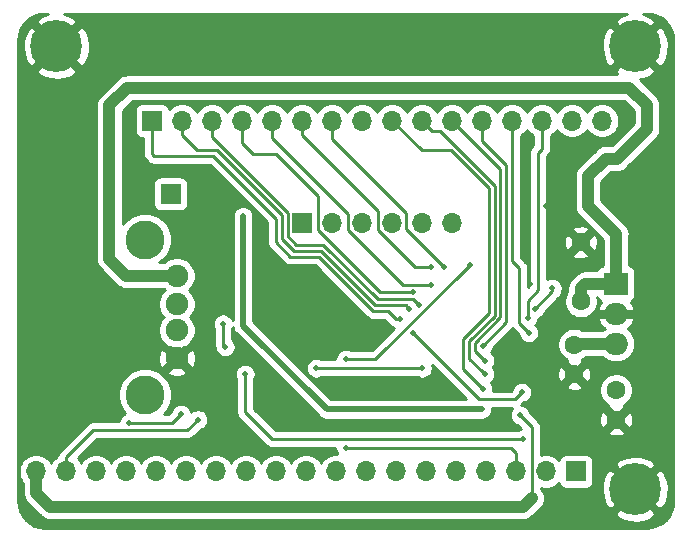
<source format=gbr>
G04 #@! TF.GenerationSoftware,KiCad,Pcbnew,(5.1.5)-3*
G04 #@! TF.CreationDate,2020-02-07T13:22:38-05:00*
G04 #@! TF.ProjectId,Flash Memory BoB,466c6173-6820-44d6-956d-6f727920426f,rev?*
G04 #@! TF.SameCoordinates,Original*
G04 #@! TF.FileFunction,Copper,L2,Bot*
G04 #@! TF.FilePolarity,Positive*
%FSLAX46Y46*%
G04 Gerber Fmt 4.6, Leading zero omitted, Abs format (unit mm)*
G04 Created by KiCad (PCBNEW (5.1.5)-3) date 2020-02-07 13:22:38*
%MOMM*%
%LPD*%
G04 APERTURE LIST*
%ADD10O,1.700000X1.700000*%
%ADD11R,1.700000X1.700000*%
%ADD12C,0.700000*%
%ADD13C,4.400000*%
%ADD14C,1.900000*%
%ADD15C,3.300000*%
%ADD16O,2.000000X1.905000*%
%ADD17R,2.000000X1.905000*%
%ADD18C,1.600000*%
%ADD19C,0.500000*%
%ADD20C,1.000000*%
%ADD21C,0.500000*%
%ADD22C,0.254000*%
%ADD23C,0.250000*%
G04 APERTURE END LIST*
D10*
X116500000Y-53500000D03*
X113960000Y-53500000D03*
X111420000Y-53500000D03*
X108880000Y-53500000D03*
X106340000Y-53500000D03*
D11*
X103800000Y-53500000D03*
D12*
X84166726Y-37333274D03*
X83000000Y-36850000D03*
X81833274Y-37333274D03*
X81350000Y-38500000D03*
X81833274Y-39666726D03*
X83000000Y-40150000D03*
X84166726Y-39666726D03*
X84650000Y-38500000D03*
D13*
X83000000Y-38500000D03*
D12*
X133166726Y-37333274D03*
X132000000Y-36850000D03*
X130833274Y-37333274D03*
X130350000Y-38500000D03*
X130833274Y-39666726D03*
X132000000Y-40150000D03*
X133166726Y-39666726D03*
X133650000Y-38500000D03*
D13*
X132000000Y-38500000D03*
D12*
X133166726Y-74833274D03*
X132000000Y-74350000D03*
X130833274Y-74833274D03*
X130350000Y-76000000D03*
X130833274Y-77166726D03*
X132000000Y-77650000D03*
X133166726Y-77166726D03*
X133650000Y-76000000D03*
D13*
X132000000Y-76000000D03*
D14*
X93210000Y-64930000D03*
X93210000Y-62530000D03*
X93210000Y-60330000D03*
X93210000Y-57930000D03*
D15*
X90500000Y-68000000D03*
X90500000Y-54860000D03*
D16*
X130400000Y-63680000D03*
X130400000Y-61140000D03*
D17*
X130400000Y-58600000D03*
D10*
X81280000Y-74500000D03*
X83820000Y-74500000D03*
X86360000Y-74500000D03*
X88900000Y-74500000D03*
X91440000Y-74500000D03*
X93980000Y-74500000D03*
X96520000Y-74500000D03*
X99060000Y-74500000D03*
X101600000Y-74500000D03*
X104140000Y-74500000D03*
X106680000Y-74500000D03*
X109220000Y-74500000D03*
X111760000Y-74500000D03*
X114300000Y-74500000D03*
X116840000Y-74500000D03*
X119380000Y-74500000D03*
X121920000Y-74500000D03*
X124460000Y-74500000D03*
D11*
X127000000Y-74500000D03*
D10*
X129200000Y-44800000D03*
X126660000Y-44800000D03*
X124120000Y-44800000D03*
X121580000Y-44800000D03*
X119040000Y-44800000D03*
X116500000Y-44800000D03*
X113960000Y-44800000D03*
X111420000Y-44800000D03*
X108880000Y-44800000D03*
X106340000Y-44800000D03*
X103800000Y-44800000D03*
X101260000Y-44800000D03*
X98720000Y-44800000D03*
X96180000Y-44800000D03*
X93640000Y-44800000D03*
D11*
X91100000Y-44800000D03*
X92675000Y-51000000D03*
D18*
X130400000Y-70100000D03*
X130400000Y-67600000D03*
X127400000Y-55100000D03*
X127400000Y-60100000D03*
X126850000Y-66250000D03*
X126850000Y-63750000D03*
D19*
X124500000Y-52000000D03*
X122900000Y-68750000D03*
X126500000Y-52000000D03*
X123100000Y-58600000D03*
X119000000Y-69250000D03*
X98800000Y-52900000D03*
X97100000Y-62000000D03*
X97300000Y-63950000D03*
X123500000Y-60750000D03*
X125000000Y-59000000D03*
X122900000Y-61500000D03*
X123000000Y-62750000D03*
X119100000Y-63850000D03*
X119269139Y-65102624D03*
X119274452Y-66263036D03*
X119109624Y-67480210D03*
X115800000Y-57200000D03*
X114700000Y-57200000D03*
X114700000Y-58700000D03*
X113200000Y-59300000D03*
X113700000Y-60400000D03*
X112900000Y-60700000D03*
X122400000Y-67800000D03*
X113200000Y-62800000D03*
X112100000Y-61600000D03*
X122250000Y-69750000D03*
X95000000Y-70100000D03*
X89150000Y-70400000D03*
X93550000Y-69650000D03*
X107500000Y-65000000D03*
X107500000Y-72500000D03*
X118004366Y-56995634D03*
X122500000Y-71750000D03*
X99000000Y-66250000D03*
X105000000Y-65750000D03*
X114000000Y-65750000D03*
D20*
X126920000Y-63680000D02*
X126850000Y-63750000D01*
X130400000Y-63680000D02*
X126920000Y-63680000D01*
X127400000Y-58968630D02*
X127768630Y-58600000D01*
X127400000Y-60100000D02*
X127400000Y-58968630D01*
X127768630Y-58600000D02*
X130400000Y-58600000D01*
X93210000Y-57930000D02*
X88930000Y-57930000D01*
X88930000Y-57930000D02*
X87500000Y-56500000D01*
X87500000Y-56500000D02*
X87500000Y-43500000D01*
X87500000Y-43500000D02*
X89000000Y-42000000D01*
X89000000Y-42000000D02*
X131500000Y-42000000D01*
X131500000Y-42000000D02*
X133000000Y-43500000D01*
X133000000Y-43500000D02*
X133000000Y-45500000D01*
X133000000Y-45500000D02*
X130500000Y-48000000D01*
X130500000Y-48000000D02*
X129500000Y-48000000D01*
X129500000Y-48000000D02*
X128000000Y-49500000D01*
X128000000Y-49500000D02*
X128000000Y-52000000D01*
X130400000Y-54400000D02*
X130400000Y-58600000D01*
X128000000Y-52000000D02*
X130400000Y-54400000D01*
D21*
X105900000Y-69250000D02*
X119000000Y-69250000D01*
X98800000Y-52900000D02*
X98800000Y-62150000D01*
X98800000Y-62150000D02*
X105900000Y-69250000D01*
D22*
X97100000Y-62000000D02*
X97100000Y-63750000D01*
X97100000Y-63750000D02*
X97300000Y-63950000D01*
X125000000Y-59250000D02*
X123500000Y-60750000D01*
X125000000Y-59000000D02*
X125000000Y-59250000D01*
X124120000Y-46002081D02*
X124125000Y-46007081D01*
X124120000Y-44800000D02*
X124120000Y-46002081D01*
X122900000Y-60100000D02*
X122900000Y-61500000D01*
X124120000Y-46002081D02*
X124120000Y-47180000D01*
X123800000Y-47500000D02*
X123800000Y-59100000D01*
X124120000Y-47180000D02*
X123800000Y-47500000D01*
X123800000Y-59100000D02*
X122900000Y-60100000D01*
X121580000Y-56680000D02*
X121580000Y-44800000D01*
X122200000Y-57300000D02*
X121580000Y-56680000D01*
X122200000Y-61900000D02*
X122200000Y-57300000D01*
X123000000Y-62750000D02*
X122200000Y-61900000D01*
X121100000Y-61850000D02*
X119100000Y-63850000D01*
X121100000Y-48550000D02*
X121100000Y-61850000D01*
X119040000Y-44800000D02*
X119040000Y-46490000D01*
X119040000Y-46490000D02*
X121100000Y-48550000D01*
X118447919Y-63602081D02*
X118447919Y-64281404D01*
X119019140Y-64852625D02*
X119269139Y-65102624D01*
X120600000Y-61450000D02*
X118447919Y-63602081D01*
X120600000Y-48900000D02*
X120600000Y-61450000D01*
X118447919Y-64281404D02*
X119019140Y-64852625D01*
X116500000Y-44800000D02*
X120600000Y-48900000D01*
X119024453Y-66013037D02*
X119274452Y-66263036D01*
X117950000Y-63450000D02*
X117950000Y-64938584D01*
X117950000Y-64938584D02*
X119024453Y-66013037D01*
X120100000Y-61300000D02*
X117950000Y-63450000D01*
X113960000Y-44800000D02*
X114809999Y-45649999D01*
X114809999Y-45649999D02*
X115449999Y-45649999D01*
X120100000Y-50300000D02*
X120100000Y-61300000D01*
X115449999Y-45649999D02*
X120100000Y-50300000D01*
X111420000Y-44800000D02*
X113920000Y-47300000D01*
X119600000Y-50500000D02*
X119600000Y-61100000D01*
X119600000Y-61100000D02*
X117450000Y-63250000D01*
X113920000Y-47300000D02*
X116400000Y-47300000D01*
X118859625Y-67230211D02*
X119109624Y-67480210D01*
X117450000Y-63250000D02*
X117450000Y-65820586D01*
X117450000Y-65820586D02*
X118859625Y-67230211D01*
X116400000Y-47300000D02*
X119600000Y-50500000D01*
X106340000Y-44800000D02*
X106340000Y-46340000D01*
X112600201Y-54000201D02*
X115800000Y-57200000D01*
X106340000Y-46340000D02*
X112600201Y-52600201D01*
X112600201Y-52600201D02*
X112600201Y-54000201D01*
X103800000Y-44800000D02*
X103800000Y-46002081D01*
X113373302Y-57200000D02*
X114700000Y-57200000D01*
X110239799Y-54066497D02*
X113373302Y-57200000D01*
X103800000Y-46002081D02*
X110239799Y-52441880D01*
X110239799Y-52441880D02*
X110239799Y-54066497D01*
X101260000Y-44800000D02*
X101260000Y-46260000D01*
X107699799Y-54066497D02*
X112333302Y-58700000D01*
X101260000Y-46260000D02*
X107699799Y-52699799D01*
X112333302Y-58700000D02*
X114700000Y-58700000D01*
X107699799Y-52699799D02*
X107699799Y-54066497D01*
X110393302Y-59300000D02*
X113200000Y-59300000D01*
X105159799Y-54066497D02*
X110393302Y-59300000D01*
X105159799Y-51239799D02*
X105159799Y-54066497D01*
D23*
X105159799Y-51239799D02*
X105159799Y-51209799D01*
X105159799Y-51209799D02*
X101600000Y-47650000D01*
X101600000Y-47650000D02*
X99650000Y-47650000D01*
X98720000Y-46720000D02*
X98720000Y-44800000D01*
X99650000Y-47650000D02*
X98720000Y-46720000D01*
D22*
X96180000Y-44800000D02*
X96180000Y-46180000D01*
X96180000Y-46180000D02*
X102600000Y-52600000D01*
X102600000Y-54594362D02*
X103305638Y-55300000D01*
X102600000Y-52600000D02*
X102600000Y-54594362D01*
X103305638Y-55300000D02*
X105600000Y-55300000D01*
X105600000Y-55300000D02*
X110200000Y-59900000D01*
X110200000Y-59900000D02*
X113200000Y-59900000D01*
X113200000Y-59900000D02*
X113700000Y-60400000D01*
X93640000Y-46002081D02*
X94937919Y-47300000D01*
X93640000Y-44800000D02*
X93640000Y-46002081D01*
X94937919Y-47300000D02*
X96600000Y-47300000D01*
X96600000Y-47300000D02*
X102100000Y-52800000D01*
X102100000Y-52800000D02*
X102100000Y-54800000D01*
X102100000Y-54800000D02*
X103100000Y-55800000D01*
X103100000Y-55800000D02*
X105400000Y-55800000D01*
X105400000Y-55800000D02*
X110000000Y-60400000D01*
X110000000Y-60400000D02*
X112600000Y-60400000D01*
X112600000Y-60400000D02*
X112900000Y-60700000D01*
X122400000Y-67800000D02*
X121800000Y-68400000D01*
X121800000Y-68400000D02*
X118800000Y-68400000D01*
X118800000Y-68400000D02*
X113200000Y-62800000D01*
X111746447Y-61600000D02*
X111046447Y-60900000D01*
X112100000Y-61600000D02*
X111746447Y-61600000D01*
X111046447Y-60900000D02*
X109800000Y-60900000D01*
X109800000Y-60900000D02*
X105200000Y-56300000D01*
X105200000Y-56300000D02*
X102800000Y-56300000D01*
X102800000Y-56300000D02*
X101600000Y-55100000D01*
X101600000Y-55100000D02*
X101600000Y-53100000D01*
X101600000Y-53100000D02*
X96300000Y-47800000D01*
X96300000Y-47800000D02*
X91300000Y-47800000D01*
X91100000Y-47600000D02*
X91100000Y-44800000D01*
X91300000Y-47800000D02*
X91100000Y-47600000D01*
D20*
X81280000Y-75702081D02*
X81300000Y-75722081D01*
X81280000Y-74500000D02*
X81280000Y-75702081D01*
X81300000Y-75722081D02*
X81300000Y-76300000D01*
X81300000Y-76300000D02*
X82500000Y-77500000D01*
X82500000Y-77500000D02*
X122500000Y-77500000D01*
X122500000Y-77500000D02*
X123250000Y-76750000D01*
D22*
X123250000Y-76750000D02*
X123250000Y-70750000D01*
X123250000Y-70750000D02*
X122250000Y-69750000D01*
X83820000Y-73297919D02*
X86117919Y-71000000D01*
X83820000Y-74500000D02*
X83820000Y-73297919D01*
X86117919Y-71000000D02*
X94100000Y-71000000D01*
X94100000Y-71000000D02*
X95000000Y-70100000D01*
X89150000Y-70400000D02*
X92800000Y-70400000D01*
X92800000Y-70400000D02*
X93550000Y-69650000D01*
X107500000Y-72500000D02*
X121500000Y-72500000D01*
X121920000Y-72920000D02*
X121920000Y-74500000D01*
X121500000Y-72500000D02*
X121920000Y-72920000D01*
X117754367Y-57245633D02*
X118004366Y-56995634D01*
X110000000Y-65000000D02*
X117754367Y-57245633D01*
X107500000Y-65000000D02*
X110000000Y-65000000D01*
X122500000Y-71750000D02*
X101250000Y-71750000D01*
X101250000Y-71750000D02*
X99000000Y-69500000D01*
X99000000Y-69500000D02*
X99000000Y-66250000D01*
X114000000Y-65750000D02*
X105000000Y-65750000D01*
G36*
X81787876Y-35930913D02*
G01*
X81537302Y-36064847D01*
X81285657Y-36434932D01*
X81433142Y-36582417D01*
X81429328Y-36613958D01*
X81833274Y-37017904D01*
X81850952Y-37000227D01*
X82166322Y-37315597D01*
X82148644Y-37333274D01*
X82552590Y-37737220D01*
X82584131Y-37733406D01*
X83000000Y-38149275D01*
X83415869Y-37733406D01*
X83447410Y-37737220D01*
X83851356Y-37333274D01*
X83833679Y-37315597D01*
X84149049Y-37000227D01*
X84166726Y-37017904D01*
X84570672Y-36613958D01*
X84566858Y-36582417D01*
X84714343Y-36434932D01*
X84462698Y-36064847D01*
X83959517Y-35826279D01*
X83664159Y-35752000D01*
X131289393Y-35752000D01*
X130787876Y-35930913D01*
X130537302Y-36064847D01*
X130285657Y-36434932D01*
X130433142Y-36582417D01*
X130429328Y-36613958D01*
X130833274Y-37017904D01*
X130850952Y-37000227D01*
X131166322Y-37315597D01*
X131148644Y-37333274D01*
X131552590Y-37737220D01*
X131584131Y-37733406D01*
X132000000Y-38149275D01*
X132415869Y-37733406D01*
X132447410Y-37737220D01*
X132851356Y-37333274D01*
X132833679Y-37315597D01*
X133149049Y-37000227D01*
X133166726Y-37017904D01*
X133570672Y-36613958D01*
X133566858Y-36582417D01*
X133714343Y-36434932D01*
X133462698Y-36064847D01*
X132959517Y-35826279D01*
X132664159Y-35752000D01*
X132963220Y-35752000D01*
X133435940Y-35798351D01*
X133855271Y-35924954D01*
X134242030Y-36130597D01*
X134581476Y-36407443D01*
X134860687Y-36744951D01*
X135069024Y-37130263D01*
X135198554Y-37548704D01*
X135248000Y-38019165D01*
X135248001Y-76963210D01*
X135201649Y-77435941D01*
X135075046Y-77855271D01*
X134869404Y-78242028D01*
X134592557Y-78581476D01*
X134255049Y-78860687D01*
X133869737Y-79069024D01*
X133451297Y-79198553D01*
X132980844Y-79248000D01*
X82036780Y-79248000D01*
X81564059Y-79201649D01*
X81144729Y-79075046D01*
X80757972Y-78869404D01*
X80418524Y-78592557D01*
X80139313Y-78255049D01*
X79930976Y-77869737D01*
X79801447Y-77451297D01*
X79752000Y-76980844D01*
X79752000Y-74354528D01*
X79803000Y-74354528D01*
X79803000Y-74645472D01*
X79859760Y-74930825D01*
X79971099Y-75199622D01*
X80132739Y-75441533D01*
X80153000Y-75461794D01*
X80153000Y-75646727D01*
X80147548Y-75702081D01*
X80153000Y-75757435D01*
X80153000Y-75757446D01*
X80169307Y-75923012D01*
X80173000Y-75935186D01*
X80173000Y-76244646D01*
X80167548Y-76300000D01*
X80173000Y-76355354D01*
X80173000Y-76355365D01*
X80189307Y-76520931D01*
X80227538Y-76646959D01*
X80253750Y-76733370D01*
X80358400Y-76929156D01*
X80463942Y-77057760D01*
X80463946Y-77057764D01*
X80499236Y-77100765D01*
X80542237Y-77136055D01*
X81663945Y-78257764D01*
X81699235Y-78300765D01*
X81742236Y-78336055D01*
X81742239Y-78336058D01*
X81796150Y-78380301D01*
X81870843Y-78441600D01*
X82066629Y-78546250D01*
X82279069Y-78610693D01*
X82444635Y-78627000D01*
X82444645Y-78627000D01*
X82499999Y-78632452D01*
X82555354Y-78627000D01*
X122444646Y-78627000D01*
X122500000Y-78632452D01*
X122555354Y-78627000D01*
X122555365Y-78627000D01*
X122720931Y-78610693D01*
X122933371Y-78546250D01*
X123129157Y-78441600D01*
X123300765Y-78300765D01*
X123336060Y-78257758D01*
X123528750Y-78065068D01*
X130285657Y-78065068D01*
X130537302Y-78435153D01*
X131040483Y-78673721D01*
X131580536Y-78809538D01*
X132136710Y-78837387D01*
X132687630Y-78756197D01*
X133212124Y-78569087D01*
X133462698Y-78435153D01*
X133714343Y-78065068D01*
X133566858Y-77917583D01*
X133570672Y-77886042D01*
X133166726Y-77482096D01*
X133149049Y-77499774D01*
X132833679Y-77184404D01*
X132851356Y-77166726D01*
X132447410Y-76762780D01*
X132415869Y-76766594D01*
X132000000Y-76350725D01*
X131584131Y-76766594D01*
X131552590Y-76762780D01*
X131148644Y-77166726D01*
X131166322Y-77184404D01*
X130850952Y-77499774D01*
X130833274Y-77482096D01*
X130429328Y-77886042D01*
X130433142Y-77917583D01*
X130285657Y-78065068D01*
X123528750Y-78065068D01*
X124086058Y-77507760D01*
X124191600Y-77379157D01*
X124296249Y-77183372D01*
X124360692Y-76970931D01*
X124382452Y-76750001D01*
X124360692Y-76529070D01*
X124296249Y-76316630D01*
X124200081Y-76136710D01*
X129162613Y-76136710D01*
X129243803Y-76687630D01*
X129430913Y-77212124D01*
X129564847Y-77462698D01*
X129934932Y-77714343D01*
X130082417Y-77566858D01*
X130113958Y-77570672D01*
X130517904Y-77166726D01*
X130500227Y-77149049D01*
X130815597Y-76833679D01*
X130833274Y-76851356D01*
X131237220Y-76447410D01*
X131233406Y-76415869D01*
X131649275Y-76000000D01*
X132350725Y-76000000D01*
X132766594Y-76415869D01*
X132762780Y-76447410D01*
X133166726Y-76851356D01*
X133184404Y-76833679D01*
X133499774Y-77149049D01*
X133482096Y-77166726D01*
X133886042Y-77570672D01*
X133917583Y-77566858D01*
X134065068Y-77714343D01*
X134435153Y-77462698D01*
X134673721Y-76959517D01*
X134809538Y-76419464D01*
X134837387Y-75863290D01*
X134756197Y-75312370D01*
X134569087Y-74787876D01*
X134435153Y-74537302D01*
X134065068Y-74285657D01*
X133917583Y-74433142D01*
X133886042Y-74429328D01*
X133482096Y-74833274D01*
X133499774Y-74850952D01*
X133184404Y-75166322D01*
X133166726Y-75148644D01*
X132762780Y-75552590D01*
X132766594Y-75584131D01*
X132350725Y-76000000D01*
X131649275Y-76000000D01*
X131233406Y-75584131D01*
X131237220Y-75552590D01*
X130833274Y-75148644D01*
X130815597Y-75166322D01*
X130500227Y-74850952D01*
X130517904Y-74833274D01*
X130113958Y-74429328D01*
X130082417Y-74433142D01*
X129934932Y-74285657D01*
X129564847Y-74537302D01*
X129326279Y-75040483D01*
X129190462Y-75580536D01*
X129162613Y-76136710D01*
X124200081Y-76136710D01*
X124191600Y-76120844D01*
X124050765Y-75949235D01*
X124004000Y-75910856D01*
X124004000Y-75909812D01*
X124029175Y-75920240D01*
X124314528Y-75977000D01*
X124605472Y-75977000D01*
X124890825Y-75920240D01*
X125159622Y-75808901D01*
X125401533Y-75647261D01*
X125542269Y-75506525D01*
X125567925Y-75591103D01*
X125626147Y-75700028D01*
X125704499Y-75795501D01*
X125799972Y-75873853D01*
X125908897Y-75932075D01*
X126027087Y-75967927D01*
X126150000Y-75980033D01*
X127850000Y-75980033D01*
X127972913Y-75967927D01*
X128091103Y-75932075D01*
X128200028Y-75873853D01*
X128295501Y-75795501D01*
X128373853Y-75700028D01*
X128432075Y-75591103D01*
X128467927Y-75472913D01*
X128480033Y-75350000D01*
X128480033Y-73934932D01*
X130285657Y-73934932D01*
X130433142Y-74082417D01*
X130429328Y-74113958D01*
X130833274Y-74517904D01*
X130850952Y-74500227D01*
X131166322Y-74815597D01*
X131148644Y-74833274D01*
X131552590Y-75237220D01*
X131584131Y-75233406D01*
X132000000Y-75649275D01*
X132415869Y-75233406D01*
X132447410Y-75237220D01*
X132851356Y-74833274D01*
X132833679Y-74815597D01*
X133149049Y-74500227D01*
X133166726Y-74517904D01*
X133570672Y-74113958D01*
X133566858Y-74082417D01*
X133714343Y-73934932D01*
X133462698Y-73564847D01*
X132959517Y-73326279D01*
X132419464Y-73190462D01*
X131863290Y-73162613D01*
X131312370Y-73243803D01*
X130787876Y-73430913D01*
X130537302Y-73564847D01*
X130285657Y-73934932D01*
X128480033Y-73934932D01*
X128480033Y-73650000D01*
X128467927Y-73527087D01*
X128432075Y-73408897D01*
X128373853Y-73299972D01*
X128295501Y-73204499D01*
X128200028Y-73126147D01*
X128091103Y-73067925D01*
X127972913Y-73032073D01*
X127850000Y-73019967D01*
X126150000Y-73019967D01*
X126027087Y-73032073D01*
X125908897Y-73067925D01*
X125799972Y-73126147D01*
X125704499Y-73204499D01*
X125626147Y-73299972D01*
X125567925Y-73408897D01*
X125542269Y-73493475D01*
X125401533Y-73352739D01*
X125159622Y-73191099D01*
X124890825Y-73079760D01*
X124605472Y-73023000D01*
X124314528Y-73023000D01*
X124029175Y-73079760D01*
X124004000Y-73090188D01*
X124004000Y-71161258D01*
X129689467Y-71161258D01*
X129770509Y-71388342D01*
X130033948Y-71486395D01*
X130311453Y-71531169D01*
X130592361Y-71520944D01*
X130865878Y-71456113D01*
X131029491Y-71388342D01*
X131110533Y-71161258D01*
X130400000Y-70450725D01*
X129689467Y-71161258D01*
X124004000Y-71161258D01*
X124004000Y-70787039D01*
X124007648Y-70750000D01*
X123993090Y-70602190D01*
X123949975Y-70460061D01*
X123879961Y-70329073D01*
X123809349Y-70243032D01*
X123785738Y-70214262D01*
X123756968Y-70190651D01*
X123577770Y-70011453D01*
X128968831Y-70011453D01*
X128979056Y-70292361D01*
X129043887Y-70565878D01*
X129111658Y-70729491D01*
X129338742Y-70810533D01*
X130049275Y-70100000D01*
X130750725Y-70100000D01*
X131461258Y-70810533D01*
X131688342Y-70729491D01*
X131786395Y-70466052D01*
X131831169Y-70188547D01*
X131820944Y-69907639D01*
X131756113Y-69634122D01*
X131688342Y-69470509D01*
X131461258Y-69389467D01*
X130750725Y-70100000D01*
X130049275Y-70100000D01*
X129338742Y-69389467D01*
X129111658Y-69470509D01*
X129013605Y-69733948D01*
X128968831Y-70011453D01*
X123577770Y-70011453D01*
X123101439Y-69535123D01*
X123093297Y-69494189D01*
X123027187Y-69334585D01*
X122931210Y-69190945D01*
X122809055Y-69068790D01*
X122665415Y-68972813D01*
X122505811Y-68906703D01*
X122383869Y-68882447D01*
X122614877Y-68651439D01*
X122655811Y-68643297D01*
X122815415Y-68577187D01*
X122959055Y-68481210D01*
X123081210Y-68359055D01*
X123177187Y-68215415D01*
X123243297Y-68055811D01*
X123277000Y-67886377D01*
X123277000Y-67713623D01*
X123243297Y-67544189D01*
X123177187Y-67384585D01*
X123128192Y-67311258D01*
X126139467Y-67311258D01*
X126220509Y-67538342D01*
X126483948Y-67636395D01*
X126761453Y-67681169D01*
X127042361Y-67670944D01*
X127315878Y-67606113D01*
X127479491Y-67538342D01*
X127507644Y-67459453D01*
X128973000Y-67459453D01*
X128973000Y-67740547D01*
X129027838Y-68016241D01*
X129135409Y-68275938D01*
X129291576Y-68509660D01*
X129490340Y-68708424D01*
X129724062Y-68864591D01*
X129748069Y-68874535D01*
X129689467Y-69038742D01*
X130400000Y-69749275D01*
X131110533Y-69038742D01*
X131051931Y-68874535D01*
X131075938Y-68864591D01*
X131309660Y-68708424D01*
X131508424Y-68509660D01*
X131664591Y-68275938D01*
X131772162Y-68016241D01*
X131827000Y-67740547D01*
X131827000Y-67459453D01*
X131772162Y-67183759D01*
X131664591Y-66924062D01*
X131508424Y-66690340D01*
X131309660Y-66491576D01*
X131075938Y-66335409D01*
X130816241Y-66227838D01*
X130540547Y-66173000D01*
X130259453Y-66173000D01*
X129983759Y-66227838D01*
X129724062Y-66335409D01*
X129490340Y-66491576D01*
X129291576Y-66690340D01*
X129135409Y-66924062D01*
X129027838Y-67183759D01*
X128973000Y-67459453D01*
X127507644Y-67459453D01*
X127560533Y-67311258D01*
X126850000Y-66600725D01*
X126139467Y-67311258D01*
X123128192Y-67311258D01*
X123081210Y-67240945D01*
X122959055Y-67118790D01*
X122815415Y-67022813D01*
X122655811Y-66956703D01*
X122486377Y-66923000D01*
X122313623Y-66923000D01*
X122144189Y-66956703D01*
X121984585Y-67022813D01*
X121840945Y-67118790D01*
X121718790Y-67240945D01*
X121622813Y-67384585D01*
X121556703Y-67544189D01*
X121548561Y-67585123D01*
X121487684Y-67646000D01*
X119970828Y-67646000D01*
X119986624Y-67566587D01*
X119986624Y-67393833D01*
X119952921Y-67224399D01*
X119886811Y-67064795D01*
X119814672Y-66956831D01*
X119833507Y-66944246D01*
X119955662Y-66822091D01*
X120051639Y-66678451D01*
X120117749Y-66518847D01*
X120151452Y-66349413D01*
X120151452Y-66176659D01*
X120148428Y-66161453D01*
X125418831Y-66161453D01*
X125429056Y-66442361D01*
X125493887Y-66715878D01*
X125561658Y-66879491D01*
X125788742Y-66960533D01*
X126499275Y-66250000D01*
X127200725Y-66250000D01*
X127911258Y-66960533D01*
X128138342Y-66879491D01*
X128236395Y-66616052D01*
X128281169Y-66338547D01*
X128270944Y-66057639D01*
X128206113Y-65784122D01*
X128138342Y-65620509D01*
X127911258Y-65539467D01*
X127200725Y-66250000D01*
X126499275Y-66250000D01*
X125788742Y-65539467D01*
X125561658Y-65620509D01*
X125463605Y-65883948D01*
X125418831Y-66161453D01*
X120148428Y-66161453D01*
X120117749Y-66007225D01*
X120051639Y-65847621D01*
X119955662Y-65703981D01*
X119931855Y-65680174D01*
X119950349Y-65661679D01*
X120046326Y-65518039D01*
X120112436Y-65358435D01*
X120146139Y-65189001D01*
X120146139Y-65016247D01*
X120112436Y-64846813D01*
X120046326Y-64687209D01*
X119950349Y-64543569D01*
X119828194Y-64421414D01*
X119790003Y-64395896D01*
X119877187Y-64265415D01*
X119943297Y-64105811D01*
X119951439Y-64064877D01*
X121606968Y-62409349D01*
X121627838Y-62392222D01*
X121633395Y-62398126D01*
X121664262Y-62435738D01*
X121684176Y-62452081D01*
X122143671Y-62940294D01*
X122156703Y-63005811D01*
X122222813Y-63165415D01*
X122318790Y-63309055D01*
X122440945Y-63431210D01*
X122584585Y-63527187D01*
X122744189Y-63593297D01*
X122913623Y-63627000D01*
X123086377Y-63627000D01*
X123174590Y-63609453D01*
X125423000Y-63609453D01*
X125423000Y-63890547D01*
X125477838Y-64166241D01*
X125585409Y-64425938D01*
X125741576Y-64659660D01*
X125940340Y-64858424D01*
X126174062Y-65014591D01*
X126198069Y-65024535D01*
X126139467Y-65188742D01*
X126850000Y-65899275D01*
X127560533Y-65188742D01*
X127501931Y-65024535D01*
X127525938Y-65014591D01*
X127759660Y-64858424D01*
X127811084Y-64807000D01*
X129235974Y-64807000D01*
X129470731Y-64999660D01*
X129745127Y-65146328D01*
X130042864Y-65236646D01*
X130274908Y-65259500D01*
X130525092Y-65259500D01*
X130757136Y-65236646D01*
X131054873Y-65146328D01*
X131329269Y-64999660D01*
X131569779Y-64802279D01*
X131767160Y-64561769D01*
X131913828Y-64287373D01*
X132004146Y-63989636D01*
X132034642Y-63680000D01*
X132004146Y-63370364D01*
X131913828Y-63072627D01*
X131767160Y-62798231D01*
X131569779Y-62557721D01*
X131381904Y-62403536D01*
X131435479Y-62368502D01*
X131656164Y-62152152D01*
X131830401Y-61896905D01*
X131949408Y-61628970D01*
X131848469Y-61388000D01*
X130648000Y-61388000D01*
X130648000Y-61408000D01*
X130152000Y-61408000D01*
X130152000Y-61388000D01*
X128951531Y-61388000D01*
X128850592Y-61628970D01*
X128969599Y-61896905D01*
X129143836Y-62152152D01*
X129364521Y-62368502D01*
X129418096Y-62403536D01*
X129235974Y-62553000D01*
X127627096Y-62553000D01*
X127525938Y-62485409D01*
X127266241Y-62377838D01*
X126990547Y-62323000D01*
X126709453Y-62323000D01*
X126433759Y-62377838D01*
X126174062Y-62485409D01*
X125940340Y-62641576D01*
X125741576Y-62840340D01*
X125585409Y-63074062D01*
X125477838Y-63333759D01*
X125423000Y-63609453D01*
X123174590Y-63609453D01*
X123255811Y-63593297D01*
X123415415Y-63527187D01*
X123559055Y-63431210D01*
X123681210Y-63309055D01*
X123777187Y-63165415D01*
X123843297Y-63005811D01*
X123877000Y-62836377D01*
X123877000Y-62663623D01*
X123843297Y-62494189D01*
X123777187Y-62334585D01*
X123681210Y-62190945D01*
X123565265Y-62075000D01*
X123581210Y-62059055D01*
X123677187Y-61915415D01*
X123743297Y-61755811D01*
X123777000Y-61586377D01*
X123777000Y-61584520D01*
X123915415Y-61527187D01*
X124059055Y-61431210D01*
X124181210Y-61309055D01*
X124277187Y-61165415D01*
X124343297Y-61005811D01*
X124351439Y-60964877D01*
X125506968Y-59809349D01*
X125535738Y-59785738D01*
X125629961Y-59670927D01*
X125699975Y-59539939D01*
X125704957Y-59523515D01*
X125777187Y-59415415D01*
X125843297Y-59255811D01*
X125877000Y-59086377D01*
X125877000Y-58913623D01*
X125843297Y-58744189D01*
X125777187Y-58584585D01*
X125681210Y-58440945D01*
X125559055Y-58318790D01*
X125415415Y-58222813D01*
X125255811Y-58156703D01*
X125086377Y-58123000D01*
X124913623Y-58123000D01*
X124744189Y-58156703D01*
X124584585Y-58222813D01*
X124554000Y-58243249D01*
X124554000Y-56161258D01*
X126689467Y-56161258D01*
X126770509Y-56388342D01*
X127033948Y-56486395D01*
X127311453Y-56531169D01*
X127592361Y-56520944D01*
X127865878Y-56456113D01*
X128029491Y-56388342D01*
X128110533Y-56161258D01*
X127400000Y-55450725D01*
X126689467Y-56161258D01*
X124554000Y-56161258D01*
X124554000Y-55011453D01*
X125968831Y-55011453D01*
X125979056Y-55292361D01*
X126043887Y-55565878D01*
X126111658Y-55729491D01*
X126338742Y-55810533D01*
X127049275Y-55100000D01*
X127750725Y-55100000D01*
X128461258Y-55810533D01*
X128688342Y-55729491D01*
X128786395Y-55466052D01*
X128831169Y-55188547D01*
X128820944Y-54907639D01*
X128756113Y-54634122D01*
X128688342Y-54470509D01*
X128461258Y-54389467D01*
X127750725Y-55100000D01*
X127049275Y-55100000D01*
X126338742Y-54389467D01*
X126111658Y-54470509D01*
X126013605Y-54733948D01*
X125968831Y-55011453D01*
X124554000Y-55011453D01*
X124554000Y-54038742D01*
X126689467Y-54038742D01*
X127400000Y-54749275D01*
X128110533Y-54038742D01*
X128029491Y-53811658D01*
X127766052Y-53713605D01*
X127488547Y-53668831D01*
X127207639Y-53679056D01*
X126934122Y-53743887D01*
X126770509Y-53811658D01*
X126689467Y-54038742D01*
X124554000Y-54038742D01*
X124554000Y-47812316D01*
X124626963Y-47739353D01*
X124655738Y-47715738D01*
X124749961Y-47600927D01*
X124819975Y-47469939D01*
X124863090Y-47327810D01*
X124874000Y-47217039D01*
X124874000Y-47217029D01*
X124877647Y-47180001D01*
X124874000Y-47142972D01*
X124874000Y-46094875D01*
X124876352Y-46070995D01*
X125061533Y-45947261D01*
X125267261Y-45741533D01*
X125390000Y-45557841D01*
X125512739Y-45741533D01*
X125718467Y-45947261D01*
X125960378Y-46108901D01*
X126229175Y-46220240D01*
X126514528Y-46277000D01*
X126805472Y-46277000D01*
X127090825Y-46220240D01*
X127359622Y-46108901D01*
X127601533Y-45947261D01*
X127807261Y-45741533D01*
X127930000Y-45557841D01*
X128052739Y-45741533D01*
X128258467Y-45947261D01*
X128500378Y-46108901D01*
X128769175Y-46220240D01*
X129054528Y-46277000D01*
X129345472Y-46277000D01*
X129630825Y-46220240D01*
X129899622Y-46108901D01*
X130141533Y-45947261D01*
X130347261Y-45741533D01*
X130508901Y-45499622D01*
X130620240Y-45230825D01*
X130677000Y-44945472D01*
X130677000Y-44654528D01*
X130620240Y-44369175D01*
X130508901Y-44100378D01*
X130347261Y-43858467D01*
X130141533Y-43652739D01*
X129899622Y-43491099D01*
X129630825Y-43379760D01*
X129345472Y-43323000D01*
X129054528Y-43323000D01*
X128769175Y-43379760D01*
X128500378Y-43491099D01*
X128258467Y-43652739D01*
X128052739Y-43858467D01*
X127930000Y-44042159D01*
X127807261Y-43858467D01*
X127601533Y-43652739D01*
X127359622Y-43491099D01*
X127090825Y-43379760D01*
X126805472Y-43323000D01*
X126514528Y-43323000D01*
X126229175Y-43379760D01*
X125960378Y-43491099D01*
X125718467Y-43652739D01*
X125512739Y-43858467D01*
X125390000Y-44042159D01*
X125267261Y-43858467D01*
X125061533Y-43652739D01*
X124819622Y-43491099D01*
X124550825Y-43379760D01*
X124265472Y-43323000D01*
X123974528Y-43323000D01*
X123689175Y-43379760D01*
X123420378Y-43491099D01*
X123178467Y-43652739D01*
X122972739Y-43858467D01*
X122850000Y-44042159D01*
X122727261Y-43858467D01*
X122521533Y-43652739D01*
X122279622Y-43491099D01*
X122010825Y-43379760D01*
X121725472Y-43323000D01*
X121434528Y-43323000D01*
X121149175Y-43379760D01*
X120880378Y-43491099D01*
X120638467Y-43652739D01*
X120432739Y-43858467D01*
X120310000Y-44042159D01*
X120187261Y-43858467D01*
X119981533Y-43652739D01*
X119739622Y-43491099D01*
X119470825Y-43379760D01*
X119185472Y-43323000D01*
X118894528Y-43323000D01*
X118609175Y-43379760D01*
X118340378Y-43491099D01*
X118098467Y-43652739D01*
X117892739Y-43858467D01*
X117770000Y-44042159D01*
X117647261Y-43858467D01*
X117441533Y-43652739D01*
X117199622Y-43491099D01*
X116930825Y-43379760D01*
X116645472Y-43323000D01*
X116354528Y-43323000D01*
X116069175Y-43379760D01*
X115800378Y-43491099D01*
X115558467Y-43652739D01*
X115352739Y-43858467D01*
X115230000Y-44042159D01*
X115107261Y-43858467D01*
X114901533Y-43652739D01*
X114659622Y-43491099D01*
X114390825Y-43379760D01*
X114105472Y-43323000D01*
X113814528Y-43323000D01*
X113529175Y-43379760D01*
X113260378Y-43491099D01*
X113018467Y-43652739D01*
X112812739Y-43858467D01*
X112690000Y-44042159D01*
X112567261Y-43858467D01*
X112361533Y-43652739D01*
X112119622Y-43491099D01*
X111850825Y-43379760D01*
X111565472Y-43323000D01*
X111274528Y-43323000D01*
X110989175Y-43379760D01*
X110720378Y-43491099D01*
X110478467Y-43652739D01*
X110272739Y-43858467D01*
X110150000Y-44042159D01*
X110027261Y-43858467D01*
X109821533Y-43652739D01*
X109579622Y-43491099D01*
X109310825Y-43379760D01*
X109025472Y-43323000D01*
X108734528Y-43323000D01*
X108449175Y-43379760D01*
X108180378Y-43491099D01*
X107938467Y-43652739D01*
X107732739Y-43858467D01*
X107610000Y-44042159D01*
X107487261Y-43858467D01*
X107281533Y-43652739D01*
X107039622Y-43491099D01*
X106770825Y-43379760D01*
X106485472Y-43323000D01*
X106194528Y-43323000D01*
X105909175Y-43379760D01*
X105640378Y-43491099D01*
X105398467Y-43652739D01*
X105192739Y-43858467D01*
X105070000Y-44042159D01*
X104947261Y-43858467D01*
X104741533Y-43652739D01*
X104499622Y-43491099D01*
X104230825Y-43379760D01*
X103945472Y-43323000D01*
X103654528Y-43323000D01*
X103369175Y-43379760D01*
X103100378Y-43491099D01*
X102858467Y-43652739D01*
X102652739Y-43858467D01*
X102530000Y-44042159D01*
X102407261Y-43858467D01*
X102201533Y-43652739D01*
X101959622Y-43491099D01*
X101690825Y-43379760D01*
X101405472Y-43323000D01*
X101114528Y-43323000D01*
X100829175Y-43379760D01*
X100560378Y-43491099D01*
X100318467Y-43652739D01*
X100112739Y-43858467D01*
X99990000Y-44042159D01*
X99867261Y-43858467D01*
X99661533Y-43652739D01*
X99419622Y-43491099D01*
X99150825Y-43379760D01*
X98865472Y-43323000D01*
X98574528Y-43323000D01*
X98289175Y-43379760D01*
X98020378Y-43491099D01*
X97778467Y-43652739D01*
X97572739Y-43858467D01*
X97450000Y-44042159D01*
X97327261Y-43858467D01*
X97121533Y-43652739D01*
X96879622Y-43491099D01*
X96610825Y-43379760D01*
X96325472Y-43323000D01*
X96034528Y-43323000D01*
X95749175Y-43379760D01*
X95480378Y-43491099D01*
X95238467Y-43652739D01*
X95032739Y-43858467D01*
X94910000Y-44042159D01*
X94787261Y-43858467D01*
X94581533Y-43652739D01*
X94339622Y-43491099D01*
X94070825Y-43379760D01*
X93785472Y-43323000D01*
X93494528Y-43323000D01*
X93209175Y-43379760D01*
X92940378Y-43491099D01*
X92698467Y-43652739D01*
X92557731Y-43793475D01*
X92532075Y-43708897D01*
X92473853Y-43599972D01*
X92395501Y-43504499D01*
X92300028Y-43426147D01*
X92191103Y-43367925D01*
X92072913Y-43332073D01*
X91950000Y-43319967D01*
X90250000Y-43319967D01*
X90127087Y-43332073D01*
X90008897Y-43367925D01*
X89899972Y-43426147D01*
X89804499Y-43504499D01*
X89726147Y-43599972D01*
X89667925Y-43708897D01*
X89632073Y-43827087D01*
X89619967Y-43950000D01*
X89619967Y-45650000D01*
X89632073Y-45772913D01*
X89667925Y-45891103D01*
X89726147Y-46000028D01*
X89804499Y-46095501D01*
X89899972Y-46173853D01*
X90008897Y-46232075D01*
X90127087Y-46267927D01*
X90250000Y-46280033D01*
X90346000Y-46280033D01*
X90346000Y-47562969D01*
X90342353Y-47600000D01*
X90346000Y-47637031D01*
X90346000Y-47637038D01*
X90356910Y-47747809D01*
X90400025Y-47889938D01*
X90470039Y-48020926D01*
X90564262Y-48135738D01*
X90593037Y-48159353D01*
X90740647Y-48306963D01*
X90764262Y-48335738D01*
X90879073Y-48429961D01*
X90970956Y-48479073D01*
X91010061Y-48499975D01*
X91152190Y-48543090D01*
X91300000Y-48557648D01*
X91337039Y-48554000D01*
X95987684Y-48554000D01*
X100846001Y-53412318D01*
X100846000Y-55062969D01*
X100842353Y-55100000D01*
X100846000Y-55137031D01*
X100846000Y-55137038D01*
X100856910Y-55247809D01*
X100900025Y-55389938D01*
X100970039Y-55520926D01*
X101064262Y-55635738D01*
X101093037Y-55659353D01*
X102240650Y-56806967D01*
X102264262Y-56835738D01*
X102379073Y-56929961D01*
X102510061Y-56999975D01*
X102652190Y-57043090D01*
X102762961Y-57054000D01*
X102762971Y-57054000D01*
X102799999Y-57057647D01*
X102837028Y-57054000D01*
X104887684Y-57054000D01*
X109240650Y-61406967D01*
X109264262Y-61435738D01*
X109379073Y-61529961D01*
X109510061Y-61599975D01*
X109652190Y-61643090D01*
X109762961Y-61654000D01*
X109762971Y-61654000D01*
X109799999Y-61657647D01*
X109837028Y-61654000D01*
X110734131Y-61654000D01*
X111187098Y-62106968D01*
X111210709Y-62135738D01*
X111325520Y-62229961D01*
X111456508Y-62299975D01*
X111592466Y-62341218D01*
X109687684Y-64246000D01*
X107950117Y-64246000D01*
X107915415Y-64222813D01*
X107755811Y-64156703D01*
X107586377Y-64123000D01*
X107413623Y-64123000D01*
X107244189Y-64156703D01*
X107084585Y-64222813D01*
X106940945Y-64318790D01*
X106818790Y-64440945D01*
X106722813Y-64584585D01*
X106656703Y-64744189D01*
X106623000Y-64913623D01*
X106623000Y-64996000D01*
X105450117Y-64996000D01*
X105415415Y-64972813D01*
X105255811Y-64906703D01*
X105086377Y-64873000D01*
X104913623Y-64873000D01*
X104744189Y-64906703D01*
X104584585Y-64972813D01*
X104440945Y-65068790D01*
X104318790Y-65190945D01*
X104222813Y-65334585D01*
X104156703Y-65494189D01*
X104123000Y-65663623D01*
X104123000Y-65836377D01*
X104156703Y-66005811D01*
X104222813Y-66165415D01*
X104318790Y-66309055D01*
X104440945Y-66431210D01*
X104584585Y-66527187D01*
X104744189Y-66593297D01*
X104913623Y-66627000D01*
X105086377Y-66627000D01*
X105255811Y-66593297D01*
X105415415Y-66527187D01*
X105450117Y-66504000D01*
X113549883Y-66504000D01*
X113584585Y-66527187D01*
X113744189Y-66593297D01*
X113913623Y-66627000D01*
X114086377Y-66627000D01*
X114255811Y-66593297D01*
X114415415Y-66527187D01*
X114559055Y-66431210D01*
X114681210Y-66309055D01*
X114777187Y-66165415D01*
X114843297Y-66005811D01*
X114877000Y-65836377D01*
X114877000Y-65663623D01*
X114847127Y-65513443D01*
X117706683Y-68373000D01*
X106263265Y-68373000D01*
X99677000Y-61786735D01*
X99677000Y-52813623D01*
X99668553Y-52771158D01*
X99664310Y-52728078D01*
X99651744Y-52686652D01*
X99643297Y-52644189D01*
X99626729Y-52604189D01*
X99614162Y-52562763D01*
X99593755Y-52524585D01*
X99577187Y-52484585D01*
X99553134Y-52448587D01*
X99532727Y-52410408D01*
X99505263Y-52376943D01*
X99481210Y-52340945D01*
X99450597Y-52310332D01*
X99423133Y-52276867D01*
X99389669Y-52249404D01*
X99359055Y-52218790D01*
X99323053Y-52194734D01*
X99289591Y-52167273D01*
X99251417Y-52146869D01*
X99215415Y-52122813D01*
X99175411Y-52106243D01*
X99137236Y-52085838D01*
X99095814Y-52073273D01*
X99055811Y-52056703D01*
X99013345Y-52048256D01*
X98971921Y-52035690D01*
X98928843Y-52031447D01*
X98886377Y-52023000D01*
X98843079Y-52023000D01*
X98800000Y-52018757D01*
X98756921Y-52023000D01*
X98713623Y-52023000D01*
X98671158Y-52031447D01*
X98628078Y-52035690D01*
X98586652Y-52048256D01*
X98544189Y-52056703D01*
X98504189Y-52073271D01*
X98462763Y-52085838D01*
X98424585Y-52106245D01*
X98384585Y-52122813D01*
X98348587Y-52146866D01*
X98310408Y-52167273D01*
X98276943Y-52194737D01*
X98240945Y-52218790D01*
X98210332Y-52249403D01*
X98176867Y-52276867D01*
X98149404Y-52310331D01*
X98118790Y-52340945D01*
X98094734Y-52376947D01*
X98067273Y-52410409D01*
X98046869Y-52448583D01*
X98022813Y-52484585D01*
X98006243Y-52524589D01*
X97985838Y-52562764D01*
X97973273Y-52604186D01*
X97956703Y-52644189D01*
X97948256Y-52686655D01*
X97935690Y-52728079D01*
X97931447Y-52771157D01*
X97923000Y-52813623D01*
X97923000Y-52856922D01*
X97923001Y-61695190D01*
X97877187Y-61584585D01*
X97781210Y-61440945D01*
X97659055Y-61318790D01*
X97515415Y-61222813D01*
X97355811Y-61156703D01*
X97186377Y-61123000D01*
X97013623Y-61123000D01*
X96844189Y-61156703D01*
X96684585Y-61222813D01*
X96540945Y-61318790D01*
X96418790Y-61440945D01*
X96322813Y-61584585D01*
X96256703Y-61744189D01*
X96223000Y-61913623D01*
X96223000Y-62086377D01*
X96256703Y-62255811D01*
X96322813Y-62415415D01*
X96346000Y-62450117D01*
X96346001Y-63712959D01*
X96342353Y-63750000D01*
X96356910Y-63897809D01*
X96400026Y-64039939D01*
X96437746Y-64110509D01*
X96456703Y-64205811D01*
X96522813Y-64365415D01*
X96618790Y-64509055D01*
X96740945Y-64631210D01*
X96884585Y-64727187D01*
X97044189Y-64793297D01*
X97213623Y-64827000D01*
X97386377Y-64827000D01*
X97555811Y-64793297D01*
X97715415Y-64727187D01*
X97859055Y-64631210D01*
X97981210Y-64509055D01*
X98077187Y-64365415D01*
X98143297Y-64205811D01*
X98177000Y-64036377D01*
X98177000Y-63863623D01*
X98143297Y-63694189D01*
X98077187Y-63534585D01*
X97981210Y-63390945D01*
X97859055Y-63268790D01*
X97854000Y-63265412D01*
X97854000Y-62450117D01*
X97877187Y-62415415D01*
X97931891Y-62283348D01*
X97935690Y-62321922D01*
X97985838Y-62487236D01*
X98067274Y-62639592D01*
X98149406Y-62739671D01*
X98149409Y-62739674D01*
X98176868Y-62773133D01*
X98210327Y-62800592D01*
X105249403Y-69839668D01*
X105276867Y-69873133D01*
X105410408Y-69982727D01*
X105562763Y-70064162D01*
X105728078Y-70114310D01*
X105856921Y-70127000D01*
X105856930Y-70127000D01*
X105899999Y-70131242D01*
X105943069Y-70127000D01*
X119086377Y-70127000D01*
X119128842Y-70118553D01*
X119171922Y-70114310D01*
X119213348Y-70101744D01*
X119255811Y-70093297D01*
X119295811Y-70076729D01*
X119337237Y-70064162D01*
X119375415Y-70043755D01*
X119415415Y-70027187D01*
X119451413Y-70003134D01*
X119489592Y-69982727D01*
X119523057Y-69955263D01*
X119559055Y-69931210D01*
X119589668Y-69900597D01*
X119623133Y-69873133D01*
X119650597Y-69839668D01*
X119681210Y-69809055D01*
X119705263Y-69773057D01*
X119732727Y-69739592D01*
X119753134Y-69701413D01*
X119777187Y-69665415D01*
X119793755Y-69625415D01*
X119814162Y-69587237D01*
X119826729Y-69545811D01*
X119843297Y-69505811D01*
X119851744Y-69463348D01*
X119864310Y-69421922D01*
X119868553Y-69378842D01*
X119877000Y-69336377D01*
X119877000Y-69293079D01*
X119881243Y-69250000D01*
X119877000Y-69206921D01*
X119877000Y-69163623D01*
X119875086Y-69154000D01*
X121605735Y-69154000D01*
X121568790Y-69190945D01*
X121472813Y-69334585D01*
X121406703Y-69494189D01*
X121373000Y-69663623D01*
X121373000Y-69836377D01*
X121406703Y-70005811D01*
X121472813Y-70165415D01*
X121568790Y-70309055D01*
X121690945Y-70431210D01*
X121834585Y-70527187D01*
X121994189Y-70593297D01*
X122035123Y-70601439D01*
X122324426Y-70890743D01*
X122244189Y-70906703D01*
X122084585Y-70972813D01*
X122049883Y-70996000D01*
X101562317Y-70996000D01*
X99754000Y-69187684D01*
X99754000Y-66700117D01*
X99777187Y-66665415D01*
X99843297Y-66505811D01*
X99877000Y-66336377D01*
X99877000Y-66163623D01*
X99843297Y-65994189D01*
X99777187Y-65834585D01*
X99681210Y-65690945D01*
X99559055Y-65568790D01*
X99415415Y-65472813D01*
X99255811Y-65406703D01*
X99086377Y-65373000D01*
X98913623Y-65373000D01*
X98744189Y-65406703D01*
X98584585Y-65472813D01*
X98440945Y-65568790D01*
X98318790Y-65690945D01*
X98222813Y-65834585D01*
X98156703Y-65994189D01*
X98123000Y-66163623D01*
X98123000Y-66336377D01*
X98156703Y-66505811D01*
X98222813Y-66665415D01*
X98246001Y-66700118D01*
X98246000Y-69462969D01*
X98242353Y-69500000D01*
X98246000Y-69537031D01*
X98246000Y-69537038D01*
X98256910Y-69647809D01*
X98300025Y-69789938D01*
X98370039Y-69920926D01*
X98464262Y-70035738D01*
X98493037Y-70059353D01*
X100690651Y-72256968D01*
X100714262Y-72285738D01*
X100743032Y-72309349D01*
X100829073Y-72379961D01*
X100960061Y-72449975D01*
X101102190Y-72493090D01*
X101250000Y-72507648D01*
X101287039Y-72504000D01*
X106623000Y-72504000D01*
X106623000Y-72586377D01*
X106656703Y-72755811D01*
X106722813Y-72915415D01*
X106794699Y-73023000D01*
X106534528Y-73023000D01*
X106249175Y-73079760D01*
X105980378Y-73191099D01*
X105738467Y-73352739D01*
X105532739Y-73558467D01*
X105410000Y-73742159D01*
X105287261Y-73558467D01*
X105081533Y-73352739D01*
X104839622Y-73191099D01*
X104570825Y-73079760D01*
X104285472Y-73023000D01*
X103994528Y-73023000D01*
X103709175Y-73079760D01*
X103440378Y-73191099D01*
X103198467Y-73352739D01*
X102992739Y-73558467D01*
X102870000Y-73742159D01*
X102747261Y-73558467D01*
X102541533Y-73352739D01*
X102299622Y-73191099D01*
X102030825Y-73079760D01*
X101745472Y-73023000D01*
X101454528Y-73023000D01*
X101169175Y-73079760D01*
X100900378Y-73191099D01*
X100658467Y-73352739D01*
X100452739Y-73558467D01*
X100330000Y-73742159D01*
X100207261Y-73558467D01*
X100001533Y-73352739D01*
X99759622Y-73191099D01*
X99490825Y-73079760D01*
X99205472Y-73023000D01*
X98914528Y-73023000D01*
X98629175Y-73079760D01*
X98360378Y-73191099D01*
X98118467Y-73352739D01*
X97912739Y-73558467D01*
X97790000Y-73742159D01*
X97667261Y-73558467D01*
X97461533Y-73352739D01*
X97219622Y-73191099D01*
X96950825Y-73079760D01*
X96665472Y-73023000D01*
X96374528Y-73023000D01*
X96089175Y-73079760D01*
X95820378Y-73191099D01*
X95578467Y-73352739D01*
X95372739Y-73558467D01*
X95250000Y-73742159D01*
X95127261Y-73558467D01*
X94921533Y-73352739D01*
X94679622Y-73191099D01*
X94410825Y-73079760D01*
X94125472Y-73023000D01*
X93834528Y-73023000D01*
X93549175Y-73079760D01*
X93280378Y-73191099D01*
X93038467Y-73352739D01*
X92832739Y-73558467D01*
X92710000Y-73742159D01*
X92587261Y-73558467D01*
X92381533Y-73352739D01*
X92139622Y-73191099D01*
X91870825Y-73079760D01*
X91585472Y-73023000D01*
X91294528Y-73023000D01*
X91009175Y-73079760D01*
X90740378Y-73191099D01*
X90498467Y-73352739D01*
X90292739Y-73558467D01*
X90170000Y-73742159D01*
X90047261Y-73558467D01*
X89841533Y-73352739D01*
X89599622Y-73191099D01*
X89330825Y-73079760D01*
X89045472Y-73023000D01*
X88754528Y-73023000D01*
X88469175Y-73079760D01*
X88200378Y-73191099D01*
X87958467Y-73352739D01*
X87752739Y-73558467D01*
X87630000Y-73742159D01*
X87507261Y-73558467D01*
X87301533Y-73352739D01*
X87059622Y-73191099D01*
X86790825Y-73079760D01*
X86505472Y-73023000D01*
X86214528Y-73023000D01*
X85929175Y-73079760D01*
X85660378Y-73191099D01*
X85418467Y-73352739D01*
X85212739Y-73558467D01*
X85090000Y-73742159D01*
X84967261Y-73558467D01*
X84796515Y-73387721D01*
X86430236Y-71754000D01*
X94062969Y-71754000D01*
X94100000Y-71757647D01*
X94137031Y-71754000D01*
X94137039Y-71754000D01*
X94247810Y-71743090D01*
X94389939Y-71699975D01*
X94520927Y-71629961D01*
X94635738Y-71535738D01*
X94659353Y-71506963D01*
X95214877Y-70951439D01*
X95255811Y-70943297D01*
X95415415Y-70877187D01*
X95559055Y-70781210D01*
X95681210Y-70659055D01*
X95777187Y-70515415D01*
X95843297Y-70355811D01*
X95877000Y-70186377D01*
X95877000Y-70013623D01*
X95843297Y-69844189D01*
X95777187Y-69684585D01*
X95681210Y-69540945D01*
X95559055Y-69418790D01*
X95415415Y-69322813D01*
X95255811Y-69256703D01*
X95086377Y-69223000D01*
X94913623Y-69223000D01*
X94744189Y-69256703D01*
X94584585Y-69322813D01*
X94440945Y-69418790D01*
X94405284Y-69454451D01*
X94393297Y-69394189D01*
X94327187Y-69234585D01*
X94231210Y-69090945D01*
X94109055Y-68968790D01*
X93965415Y-68872813D01*
X93805811Y-68806703D01*
X93636377Y-68773000D01*
X93463623Y-68773000D01*
X93294189Y-68806703D01*
X93134585Y-68872813D01*
X92990945Y-68968790D01*
X92868790Y-69090945D01*
X92772813Y-69234585D01*
X92706703Y-69394189D01*
X92698561Y-69435123D01*
X92487684Y-69646000D01*
X92074164Y-69646000D01*
X92268661Y-69451503D01*
X92517851Y-69078564D01*
X92689496Y-68664176D01*
X92777000Y-68224265D01*
X92777000Y-67775735D01*
X92689496Y-67335824D01*
X92517851Y-66921436D01*
X92268661Y-66548497D01*
X91951503Y-66231339D01*
X91754462Y-66099680D01*
X92391044Y-66099680D01*
X92490692Y-66341966D01*
X92779974Y-66455165D01*
X93085782Y-66509754D01*
X93396363Y-66503633D01*
X93699783Y-66437038D01*
X93929308Y-66341966D01*
X94028956Y-66099680D01*
X93210000Y-65280725D01*
X92391044Y-66099680D01*
X91754462Y-66099680D01*
X91578564Y-65982149D01*
X91164176Y-65810504D01*
X90724265Y-65723000D01*
X90275735Y-65723000D01*
X89835824Y-65810504D01*
X89421436Y-65982149D01*
X89048497Y-66231339D01*
X88731339Y-66548497D01*
X88482149Y-66921436D01*
X88310504Y-67335824D01*
X88223000Y-67775735D01*
X88223000Y-68224265D01*
X88310504Y-68664176D01*
X88482149Y-69078564D01*
X88731339Y-69451503D01*
X88853424Y-69573588D01*
X88734585Y-69622813D01*
X88590945Y-69718790D01*
X88468790Y-69840945D01*
X88372813Y-69984585D01*
X88306703Y-70144189D01*
X88286451Y-70246000D01*
X86154947Y-70246000D01*
X86117918Y-70242353D01*
X86080890Y-70246000D01*
X86080880Y-70246000D01*
X85970109Y-70256910D01*
X85827980Y-70300025D01*
X85696992Y-70370039D01*
X85582181Y-70464262D01*
X85558570Y-70493032D01*
X83313033Y-72738570D01*
X83284263Y-72762181D01*
X83260652Y-72790951D01*
X83260651Y-72790952D01*
X83190039Y-72876993D01*
X83120026Y-73007980D01*
X83076910Y-73150110D01*
X83069527Y-73225077D01*
X82878467Y-73352739D01*
X82672739Y-73558467D01*
X82550000Y-73742159D01*
X82427261Y-73558467D01*
X82221533Y-73352739D01*
X81979622Y-73191099D01*
X81710825Y-73079760D01*
X81425472Y-73023000D01*
X81134528Y-73023000D01*
X80849175Y-73079760D01*
X80580378Y-73191099D01*
X80338467Y-73352739D01*
X80132739Y-73558467D01*
X79971099Y-73800378D01*
X79859760Y-74069175D01*
X79803000Y-74354528D01*
X79752000Y-74354528D01*
X79752000Y-64805782D01*
X91630246Y-64805782D01*
X91636367Y-65116363D01*
X91702962Y-65419783D01*
X91798034Y-65649308D01*
X92040320Y-65748956D01*
X92859275Y-64930000D01*
X93560725Y-64930000D01*
X94379680Y-65748956D01*
X94621966Y-65649308D01*
X94735165Y-65360026D01*
X94789754Y-65054218D01*
X94783633Y-64743637D01*
X94717038Y-64440217D01*
X94621966Y-64210692D01*
X94379680Y-64111044D01*
X93560725Y-64930000D01*
X92859275Y-64930000D01*
X92040320Y-64111044D01*
X91798034Y-64210692D01*
X91684835Y-64499974D01*
X91630246Y-64805782D01*
X79752000Y-64805782D01*
X79752000Y-43500000D01*
X86367548Y-43500000D01*
X86373001Y-43555364D01*
X86373000Y-56444646D01*
X86367548Y-56500000D01*
X86373000Y-56555354D01*
X86373000Y-56555364D01*
X86389307Y-56720930D01*
X86453750Y-56933370D01*
X86558400Y-57129157D01*
X86699235Y-57300765D01*
X86742241Y-57336059D01*
X88093945Y-58687764D01*
X88129235Y-58730765D01*
X88172236Y-58766055D01*
X88172239Y-58766058D01*
X88300842Y-58871600D01*
X88378933Y-58913340D01*
X88496629Y-58976250D01*
X88709069Y-59040693D01*
X88874635Y-59057000D01*
X88874645Y-59057000D01*
X88929999Y-59062452D01*
X88985354Y-59057000D01*
X92106785Y-59057000D01*
X92179785Y-59130000D01*
X91985064Y-59324721D01*
X91812481Y-59583011D01*
X91693604Y-59870006D01*
X91633000Y-60174679D01*
X91633000Y-60485321D01*
X91693604Y-60789994D01*
X91812481Y-61076989D01*
X91985064Y-61335279D01*
X92079785Y-61430000D01*
X91985064Y-61524721D01*
X91812481Y-61783011D01*
X91693604Y-62070006D01*
X91633000Y-62374679D01*
X91633000Y-62685321D01*
X91693604Y-62989994D01*
X91812481Y-63276989D01*
X91985064Y-63535279D01*
X92204721Y-63754936D01*
X92463011Y-63927519D01*
X92625582Y-63994858D01*
X93210000Y-64579275D01*
X93794418Y-63994858D01*
X93956989Y-63927519D01*
X94215279Y-63754936D01*
X94434936Y-63535279D01*
X94607519Y-63276989D01*
X94726396Y-62989994D01*
X94787000Y-62685321D01*
X94787000Y-62374679D01*
X94726396Y-62070006D01*
X94607519Y-61783011D01*
X94434936Y-61524721D01*
X94340215Y-61430000D01*
X94434936Y-61335279D01*
X94607519Y-61076989D01*
X94726396Y-60789994D01*
X94787000Y-60485321D01*
X94787000Y-60174679D01*
X94726396Y-59870006D01*
X94607519Y-59583011D01*
X94434936Y-59324721D01*
X94240215Y-59130000D01*
X94434936Y-58935279D01*
X94607519Y-58676989D01*
X94726396Y-58389994D01*
X94787000Y-58085321D01*
X94787000Y-57774679D01*
X94726396Y-57470006D01*
X94607519Y-57183011D01*
X94434936Y-56924721D01*
X94215279Y-56705064D01*
X93956989Y-56532481D01*
X93669994Y-56413604D01*
X93365321Y-56353000D01*
X93054679Y-56353000D01*
X92750006Y-56413604D01*
X92463011Y-56532481D01*
X92204721Y-56705064D01*
X92106785Y-56803000D01*
X91690586Y-56803000D01*
X91951503Y-56628661D01*
X92268661Y-56311503D01*
X92517851Y-55938564D01*
X92689496Y-55524176D01*
X92777000Y-55084265D01*
X92777000Y-54635735D01*
X92689496Y-54195824D01*
X92517851Y-53781436D01*
X92268661Y-53408497D01*
X91951503Y-53091339D01*
X91578564Y-52842149D01*
X91164176Y-52670504D01*
X90724265Y-52583000D01*
X90275735Y-52583000D01*
X89835824Y-52670504D01*
X89421436Y-52842149D01*
X89048497Y-53091339D01*
X88731339Y-53408497D01*
X88627000Y-53564651D01*
X88627000Y-50150000D01*
X91194967Y-50150000D01*
X91194967Y-51850000D01*
X91207073Y-51972913D01*
X91242925Y-52091103D01*
X91301147Y-52200028D01*
X91379499Y-52295501D01*
X91474972Y-52373853D01*
X91583897Y-52432075D01*
X91702087Y-52467927D01*
X91825000Y-52480033D01*
X93525000Y-52480033D01*
X93647913Y-52467927D01*
X93766103Y-52432075D01*
X93875028Y-52373853D01*
X93970501Y-52295501D01*
X94048853Y-52200028D01*
X94107075Y-52091103D01*
X94142927Y-51972913D01*
X94155033Y-51850000D01*
X94155033Y-50150000D01*
X94142927Y-50027087D01*
X94107075Y-49908897D01*
X94048853Y-49799972D01*
X93970501Y-49704499D01*
X93875028Y-49626147D01*
X93766103Y-49567925D01*
X93647913Y-49532073D01*
X93525000Y-49519967D01*
X91825000Y-49519967D01*
X91702087Y-49532073D01*
X91583897Y-49567925D01*
X91474972Y-49626147D01*
X91379499Y-49704499D01*
X91301147Y-49799972D01*
X91242925Y-49908897D01*
X91207073Y-50027087D01*
X91194967Y-50150000D01*
X88627000Y-50150000D01*
X88627000Y-43966818D01*
X89466819Y-43127000D01*
X131033182Y-43127000D01*
X131873000Y-43966819D01*
X131873001Y-45033180D01*
X130033182Y-46873000D01*
X129555354Y-46873000D01*
X129499999Y-46867548D01*
X129444645Y-46873000D01*
X129444635Y-46873000D01*
X129279069Y-46889307D01*
X129066629Y-46953750D01*
X128905314Y-47039975D01*
X128870843Y-47058400D01*
X128742239Y-47163942D01*
X128742236Y-47163945D01*
X128699235Y-47199235D01*
X128663945Y-47242236D01*
X127242241Y-48663941D01*
X127199235Y-48699235D01*
X127058400Y-48870843D01*
X126953750Y-49066630D01*
X126889307Y-49279070D01*
X126873000Y-49444636D01*
X126873000Y-49444646D01*
X126867548Y-49500000D01*
X126873000Y-49555355D01*
X126873001Y-51944636D01*
X126867548Y-52000000D01*
X126873001Y-52055364D01*
X126873001Y-52055365D01*
X126879973Y-52126147D01*
X126889308Y-52220930D01*
X126953750Y-52433370D01*
X127058400Y-52629156D01*
X127163942Y-52757760D01*
X127163946Y-52757764D01*
X127199236Y-52800765D01*
X127242237Y-52836055D01*
X129273000Y-54866819D01*
X129273001Y-57030813D01*
X129158897Y-57065425D01*
X129049972Y-57123647D01*
X128954499Y-57201999D01*
X128876147Y-57297472D01*
X128817925Y-57406397D01*
X128797722Y-57473000D01*
X127823994Y-57473000D01*
X127768630Y-57467547D01*
X127713265Y-57473000D01*
X127547699Y-57489307D01*
X127335259Y-57553750D01*
X127139473Y-57658400D01*
X126967865Y-57799235D01*
X126932570Y-57842242D01*
X126642237Y-58132575D01*
X126599236Y-58167865D01*
X126563946Y-58210866D01*
X126563942Y-58210870D01*
X126458400Y-58339474D01*
X126353750Y-58535260D01*
X126338788Y-58584585D01*
X126289307Y-58747699D01*
X126273000Y-58913265D01*
X126273000Y-58913276D01*
X126267548Y-58968630D01*
X126273000Y-59023984D01*
X126273000Y-59218141D01*
X126135409Y-59424062D01*
X126027838Y-59683759D01*
X125973000Y-59959453D01*
X125973000Y-60240547D01*
X126027838Y-60516241D01*
X126135409Y-60775938D01*
X126291576Y-61009660D01*
X126490340Y-61208424D01*
X126724062Y-61364591D01*
X126983759Y-61472162D01*
X127259453Y-61527000D01*
X127540547Y-61527000D01*
X127816241Y-61472162D01*
X128075938Y-61364591D01*
X128309660Y-61208424D01*
X128508424Y-61009660D01*
X128664591Y-60775938D01*
X128772162Y-60516241D01*
X128827000Y-60240547D01*
X128827000Y-59959453D01*
X128780763Y-59727000D01*
X128797722Y-59727000D01*
X128817925Y-59793603D01*
X128876147Y-59902528D01*
X128954499Y-59998001D01*
X129049972Y-60076353D01*
X129144710Y-60126992D01*
X129143836Y-60127848D01*
X128969599Y-60383095D01*
X128850592Y-60651030D01*
X128951531Y-60892000D01*
X130152000Y-60892000D01*
X130152000Y-60872000D01*
X130648000Y-60872000D01*
X130648000Y-60892000D01*
X131848469Y-60892000D01*
X131949408Y-60651030D01*
X131830401Y-60383095D01*
X131656164Y-60127848D01*
X131655290Y-60126992D01*
X131750028Y-60076353D01*
X131845501Y-59998001D01*
X131923853Y-59902528D01*
X131982075Y-59793603D01*
X132017927Y-59675413D01*
X132030033Y-59552500D01*
X132030033Y-57647500D01*
X132017927Y-57524587D01*
X131982075Y-57406397D01*
X131923853Y-57297472D01*
X131845501Y-57201999D01*
X131750028Y-57123647D01*
X131641103Y-57065425D01*
X131527000Y-57030813D01*
X131527000Y-54455364D01*
X131532453Y-54400000D01*
X131510693Y-54179069D01*
X131446250Y-53966629D01*
X131341600Y-53770843D01*
X131236058Y-53642239D01*
X131236055Y-53642236D01*
X131200765Y-53599235D01*
X131157764Y-53563945D01*
X129127000Y-51533182D01*
X129127000Y-49966818D01*
X129966819Y-49127000D01*
X130444646Y-49127000D01*
X130500000Y-49132452D01*
X130555354Y-49127000D01*
X130555365Y-49127000D01*
X130720931Y-49110693D01*
X130933371Y-49046250D01*
X131129157Y-48941600D01*
X131300765Y-48800765D01*
X131336059Y-48757759D01*
X133757764Y-46336055D01*
X133800765Y-46300765D01*
X133836055Y-46257764D01*
X133836058Y-46257761D01*
X133941600Y-46129157D01*
X134046250Y-45933371D01*
X134068495Y-45860039D01*
X134110693Y-45720931D01*
X134127000Y-45555365D01*
X134127000Y-45555355D01*
X134132452Y-45500000D01*
X134127000Y-45444646D01*
X134127000Y-43555354D01*
X134132452Y-43499999D01*
X134127000Y-43444645D01*
X134127000Y-43444635D01*
X134110693Y-43279069D01*
X134046250Y-43066629D01*
X133941600Y-42870843D01*
X133836058Y-42742239D01*
X133836055Y-42742236D01*
X133800765Y-42699235D01*
X133757764Y-42663945D01*
X132393379Y-41299561D01*
X132687630Y-41256197D01*
X133212124Y-41069087D01*
X133462698Y-40935153D01*
X133714343Y-40565068D01*
X133566858Y-40417583D01*
X133570672Y-40386042D01*
X133166726Y-39982096D01*
X133149049Y-39999774D01*
X132833679Y-39684404D01*
X132851356Y-39666726D01*
X132447410Y-39262780D01*
X132415869Y-39266594D01*
X132000000Y-38850725D01*
X131584131Y-39266594D01*
X131552590Y-39262780D01*
X131148644Y-39666726D01*
X131166322Y-39684404D01*
X130850952Y-39999774D01*
X130833274Y-39982096D01*
X130429328Y-40386042D01*
X130433142Y-40417583D01*
X130285657Y-40565068D01*
X130495040Y-40873000D01*
X89055354Y-40873000D01*
X88999999Y-40867548D01*
X88944645Y-40873000D01*
X88944635Y-40873000D01*
X88779069Y-40889307D01*
X88566629Y-40953750D01*
X88378050Y-41054548D01*
X88370843Y-41058400D01*
X88242239Y-41163942D01*
X88242236Y-41163945D01*
X88199235Y-41199235D01*
X88163945Y-41242236D01*
X86742237Y-42663945D01*
X86699236Y-42699235D01*
X86663946Y-42742236D01*
X86663942Y-42742240D01*
X86558400Y-42870844D01*
X86453750Y-43066630D01*
X86389308Y-43279070D01*
X86367548Y-43500000D01*
X79752000Y-43500000D01*
X79752000Y-40565068D01*
X81285657Y-40565068D01*
X81537302Y-40935153D01*
X82040483Y-41173721D01*
X82580536Y-41309538D01*
X83136710Y-41337387D01*
X83687630Y-41256197D01*
X84212124Y-41069087D01*
X84462698Y-40935153D01*
X84714343Y-40565068D01*
X84566858Y-40417583D01*
X84570672Y-40386042D01*
X84166726Y-39982096D01*
X84149049Y-39999774D01*
X83833679Y-39684404D01*
X83851356Y-39666726D01*
X83447410Y-39262780D01*
X83415869Y-39266594D01*
X83000000Y-38850725D01*
X82584131Y-39266594D01*
X82552590Y-39262780D01*
X82148644Y-39666726D01*
X82166322Y-39684404D01*
X81850952Y-39999774D01*
X81833274Y-39982096D01*
X81429328Y-40386042D01*
X81433142Y-40417583D01*
X81285657Y-40565068D01*
X79752000Y-40565068D01*
X79752000Y-38636710D01*
X80162613Y-38636710D01*
X80243803Y-39187630D01*
X80430913Y-39712124D01*
X80564847Y-39962698D01*
X80934932Y-40214343D01*
X81082417Y-40066858D01*
X81113958Y-40070672D01*
X81517904Y-39666726D01*
X81500227Y-39649049D01*
X81815597Y-39333679D01*
X81833274Y-39351356D01*
X82237220Y-38947410D01*
X82233406Y-38915869D01*
X82649275Y-38500000D01*
X83350725Y-38500000D01*
X83766594Y-38915869D01*
X83762780Y-38947410D01*
X84166726Y-39351356D01*
X84184404Y-39333679D01*
X84499774Y-39649049D01*
X84482096Y-39666726D01*
X84886042Y-40070672D01*
X84917583Y-40066858D01*
X85065068Y-40214343D01*
X85435153Y-39962698D01*
X85673721Y-39459517D01*
X85809538Y-38919464D01*
X85823696Y-38636710D01*
X129162613Y-38636710D01*
X129243803Y-39187630D01*
X129430913Y-39712124D01*
X129564847Y-39962698D01*
X129934932Y-40214343D01*
X130082417Y-40066858D01*
X130113958Y-40070672D01*
X130517904Y-39666726D01*
X130500227Y-39649049D01*
X130815597Y-39333679D01*
X130833274Y-39351356D01*
X131237220Y-38947410D01*
X131233406Y-38915869D01*
X131649275Y-38500000D01*
X132350725Y-38500000D01*
X132766594Y-38915869D01*
X132762780Y-38947410D01*
X133166726Y-39351356D01*
X133184404Y-39333679D01*
X133499774Y-39649049D01*
X133482096Y-39666726D01*
X133886042Y-40070672D01*
X133917583Y-40066858D01*
X134065068Y-40214343D01*
X134435153Y-39962698D01*
X134673721Y-39459517D01*
X134809538Y-38919464D01*
X134837387Y-38363290D01*
X134756197Y-37812370D01*
X134569087Y-37287876D01*
X134435153Y-37037302D01*
X134065068Y-36785657D01*
X133917583Y-36933142D01*
X133886042Y-36929328D01*
X133482096Y-37333274D01*
X133499774Y-37350952D01*
X133184404Y-37666322D01*
X133166726Y-37648644D01*
X132762780Y-38052590D01*
X132766594Y-38084131D01*
X132350725Y-38500000D01*
X131649275Y-38500000D01*
X131233406Y-38084131D01*
X131237220Y-38052590D01*
X130833274Y-37648644D01*
X130815597Y-37666322D01*
X130500227Y-37350952D01*
X130517904Y-37333274D01*
X130113958Y-36929328D01*
X130082417Y-36933142D01*
X129934932Y-36785657D01*
X129564847Y-37037302D01*
X129326279Y-37540483D01*
X129190462Y-38080536D01*
X129162613Y-38636710D01*
X85823696Y-38636710D01*
X85837387Y-38363290D01*
X85756197Y-37812370D01*
X85569087Y-37287876D01*
X85435153Y-37037302D01*
X85065068Y-36785657D01*
X84917583Y-36933142D01*
X84886042Y-36929328D01*
X84482096Y-37333274D01*
X84499774Y-37350952D01*
X84184404Y-37666322D01*
X84166726Y-37648644D01*
X83762780Y-38052590D01*
X83766594Y-38084131D01*
X83350725Y-38500000D01*
X82649275Y-38500000D01*
X82233406Y-38084131D01*
X82237220Y-38052590D01*
X81833274Y-37648644D01*
X81815597Y-37666322D01*
X81500227Y-37350952D01*
X81517904Y-37333274D01*
X81113958Y-36929328D01*
X81082417Y-36933142D01*
X80934932Y-36785657D01*
X80564847Y-37037302D01*
X80326279Y-37540483D01*
X80190462Y-38080536D01*
X80162613Y-38636710D01*
X79752000Y-38636710D01*
X79752000Y-38036780D01*
X79798351Y-37564060D01*
X79924954Y-37144729D01*
X80130597Y-36757970D01*
X80407443Y-36418524D01*
X80744951Y-36139313D01*
X81130263Y-35930976D01*
X81548704Y-35801446D01*
X82019165Y-35752000D01*
X82289393Y-35752000D01*
X81787876Y-35930913D01*
G37*
X81787876Y-35930913D02*
X81537302Y-36064847D01*
X81285657Y-36434932D01*
X81433142Y-36582417D01*
X81429328Y-36613958D01*
X81833274Y-37017904D01*
X81850952Y-37000227D01*
X82166322Y-37315597D01*
X82148644Y-37333274D01*
X82552590Y-37737220D01*
X82584131Y-37733406D01*
X83000000Y-38149275D01*
X83415869Y-37733406D01*
X83447410Y-37737220D01*
X83851356Y-37333274D01*
X83833679Y-37315597D01*
X84149049Y-37000227D01*
X84166726Y-37017904D01*
X84570672Y-36613958D01*
X84566858Y-36582417D01*
X84714343Y-36434932D01*
X84462698Y-36064847D01*
X83959517Y-35826279D01*
X83664159Y-35752000D01*
X131289393Y-35752000D01*
X130787876Y-35930913D01*
X130537302Y-36064847D01*
X130285657Y-36434932D01*
X130433142Y-36582417D01*
X130429328Y-36613958D01*
X130833274Y-37017904D01*
X130850952Y-37000227D01*
X131166322Y-37315597D01*
X131148644Y-37333274D01*
X131552590Y-37737220D01*
X131584131Y-37733406D01*
X132000000Y-38149275D01*
X132415869Y-37733406D01*
X132447410Y-37737220D01*
X132851356Y-37333274D01*
X132833679Y-37315597D01*
X133149049Y-37000227D01*
X133166726Y-37017904D01*
X133570672Y-36613958D01*
X133566858Y-36582417D01*
X133714343Y-36434932D01*
X133462698Y-36064847D01*
X132959517Y-35826279D01*
X132664159Y-35752000D01*
X132963220Y-35752000D01*
X133435940Y-35798351D01*
X133855271Y-35924954D01*
X134242030Y-36130597D01*
X134581476Y-36407443D01*
X134860687Y-36744951D01*
X135069024Y-37130263D01*
X135198554Y-37548704D01*
X135248000Y-38019165D01*
X135248001Y-76963210D01*
X135201649Y-77435941D01*
X135075046Y-77855271D01*
X134869404Y-78242028D01*
X134592557Y-78581476D01*
X134255049Y-78860687D01*
X133869737Y-79069024D01*
X133451297Y-79198553D01*
X132980844Y-79248000D01*
X82036780Y-79248000D01*
X81564059Y-79201649D01*
X81144729Y-79075046D01*
X80757972Y-78869404D01*
X80418524Y-78592557D01*
X80139313Y-78255049D01*
X79930976Y-77869737D01*
X79801447Y-77451297D01*
X79752000Y-76980844D01*
X79752000Y-74354528D01*
X79803000Y-74354528D01*
X79803000Y-74645472D01*
X79859760Y-74930825D01*
X79971099Y-75199622D01*
X80132739Y-75441533D01*
X80153000Y-75461794D01*
X80153000Y-75646727D01*
X80147548Y-75702081D01*
X80153000Y-75757435D01*
X80153000Y-75757446D01*
X80169307Y-75923012D01*
X80173000Y-75935186D01*
X80173000Y-76244646D01*
X80167548Y-76300000D01*
X80173000Y-76355354D01*
X80173000Y-76355365D01*
X80189307Y-76520931D01*
X80227538Y-76646959D01*
X80253750Y-76733370D01*
X80358400Y-76929156D01*
X80463942Y-77057760D01*
X80463946Y-77057764D01*
X80499236Y-77100765D01*
X80542237Y-77136055D01*
X81663945Y-78257764D01*
X81699235Y-78300765D01*
X81742236Y-78336055D01*
X81742239Y-78336058D01*
X81796150Y-78380301D01*
X81870843Y-78441600D01*
X82066629Y-78546250D01*
X82279069Y-78610693D01*
X82444635Y-78627000D01*
X82444645Y-78627000D01*
X82499999Y-78632452D01*
X82555354Y-78627000D01*
X122444646Y-78627000D01*
X122500000Y-78632452D01*
X122555354Y-78627000D01*
X122555365Y-78627000D01*
X122720931Y-78610693D01*
X122933371Y-78546250D01*
X123129157Y-78441600D01*
X123300765Y-78300765D01*
X123336060Y-78257758D01*
X123528750Y-78065068D01*
X130285657Y-78065068D01*
X130537302Y-78435153D01*
X131040483Y-78673721D01*
X131580536Y-78809538D01*
X132136710Y-78837387D01*
X132687630Y-78756197D01*
X133212124Y-78569087D01*
X133462698Y-78435153D01*
X133714343Y-78065068D01*
X133566858Y-77917583D01*
X133570672Y-77886042D01*
X133166726Y-77482096D01*
X133149049Y-77499774D01*
X132833679Y-77184404D01*
X132851356Y-77166726D01*
X132447410Y-76762780D01*
X132415869Y-76766594D01*
X132000000Y-76350725D01*
X131584131Y-76766594D01*
X131552590Y-76762780D01*
X131148644Y-77166726D01*
X131166322Y-77184404D01*
X130850952Y-77499774D01*
X130833274Y-77482096D01*
X130429328Y-77886042D01*
X130433142Y-77917583D01*
X130285657Y-78065068D01*
X123528750Y-78065068D01*
X124086058Y-77507760D01*
X124191600Y-77379157D01*
X124296249Y-77183372D01*
X124360692Y-76970931D01*
X124382452Y-76750001D01*
X124360692Y-76529070D01*
X124296249Y-76316630D01*
X124200081Y-76136710D01*
X129162613Y-76136710D01*
X129243803Y-76687630D01*
X129430913Y-77212124D01*
X129564847Y-77462698D01*
X129934932Y-77714343D01*
X130082417Y-77566858D01*
X130113958Y-77570672D01*
X130517904Y-77166726D01*
X130500227Y-77149049D01*
X130815597Y-76833679D01*
X130833274Y-76851356D01*
X131237220Y-76447410D01*
X131233406Y-76415869D01*
X131649275Y-76000000D01*
X132350725Y-76000000D01*
X132766594Y-76415869D01*
X132762780Y-76447410D01*
X133166726Y-76851356D01*
X133184404Y-76833679D01*
X133499774Y-77149049D01*
X133482096Y-77166726D01*
X133886042Y-77570672D01*
X133917583Y-77566858D01*
X134065068Y-77714343D01*
X134435153Y-77462698D01*
X134673721Y-76959517D01*
X134809538Y-76419464D01*
X134837387Y-75863290D01*
X134756197Y-75312370D01*
X134569087Y-74787876D01*
X134435153Y-74537302D01*
X134065068Y-74285657D01*
X133917583Y-74433142D01*
X133886042Y-74429328D01*
X133482096Y-74833274D01*
X133499774Y-74850952D01*
X133184404Y-75166322D01*
X133166726Y-75148644D01*
X132762780Y-75552590D01*
X132766594Y-75584131D01*
X132350725Y-76000000D01*
X131649275Y-76000000D01*
X131233406Y-75584131D01*
X131237220Y-75552590D01*
X130833274Y-75148644D01*
X130815597Y-75166322D01*
X130500227Y-74850952D01*
X130517904Y-74833274D01*
X130113958Y-74429328D01*
X130082417Y-74433142D01*
X129934932Y-74285657D01*
X129564847Y-74537302D01*
X129326279Y-75040483D01*
X129190462Y-75580536D01*
X129162613Y-76136710D01*
X124200081Y-76136710D01*
X124191600Y-76120844D01*
X124050765Y-75949235D01*
X124004000Y-75910856D01*
X124004000Y-75909812D01*
X124029175Y-75920240D01*
X124314528Y-75977000D01*
X124605472Y-75977000D01*
X124890825Y-75920240D01*
X125159622Y-75808901D01*
X125401533Y-75647261D01*
X125542269Y-75506525D01*
X125567925Y-75591103D01*
X125626147Y-75700028D01*
X125704499Y-75795501D01*
X125799972Y-75873853D01*
X125908897Y-75932075D01*
X126027087Y-75967927D01*
X126150000Y-75980033D01*
X127850000Y-75980033D01*
X127972913Y-75967927D01*
X128091103Y-75932075D01*
X128200028Y-75873853D01*
X128295501Y-75795501D01*
X128373853Y-75700028D01*
X128432075Y-75591103D01*
X128467927Y-75472913D01*
X128480033Y-75350000D01*
X128480033Y-73934932D01*
X130285657Y-73934932D01*
X130433142Y-74082417D01*
X130429328Y-74113958D01*
X130833274Y-74517904D01*
X130850952Y-74500227D01*
X131166322Y-74815597D01*
X131148644Y-74833274D01*
X131552590Y-75237220D01*
X131584131Y-75233406D01*
X132000000Y-75649275D01*
X132415869Y-75233406D01*
X132447410Y-75237220D01*
X132851356Y-74833274D01*
X132833679Y-74815597D01*
X133149049Y-74500227D01*
X133166726Y-74517904D01*
X133570672Y-74113958D01*
X133566858Y-74082417D01*
X133714343Y-73934932D01*
X133462698Y-73564847D01*
X132959517Y-73326279D01*
X132419464Y-73190462D01*
X131863290Y-73162613D01*
X131312370Y-73243803D01*
X130787876Y-73430913D01*
X130537302Y-73564847D01*
X130285657Y-73934932D01*
X128480033Y-73934932D01*
X128480033Y-73650000D01*
X128467927Y-73527087D01*
X128432075Y-73408897D01*
X128373853Y-73299972D01*
X128295501Y-73204499D01*
X128200028Y-73126147D01*
X128091103Y-73067925D01*
X127972913Y-73032073D01*
X127850000Y-73019967D01*
X126150000Y-73019967D01*
X126027087Y-73032073D01*
X125908897Y-73067925D01*
X125799972Y-73126147D01*
X125704499Y-73204499D01*
X125626147Y-73299972D01*
X125567925Y-73408897D01*
X125542269Y-73493475D01*
X125401533Y-73352739D01*
X125159622Y-73191099D01*
X124890825Y-73079760D01*
X124605472Y-73023000D01*
X124314528Y-73023000D01*
X124029175Y-73079760D01*
X124004000Y-73090188D01*
X124004000Y-71161258D01*
X129689467Y-71161258D01*
X129770509Y-71388342D01*
X130033948Y-71486395D01*
X130311453Y-71531169D01*
X130592361Y-71520944D01*
X130865878Y-71456113D01*
X131029491Y-71388342D01*
X131110533Y-71161258D01*
X130400000Y-70450725D01*
X129689467Y-71161258D01*
X124004000Y-71161258D01*
X124004000Y-70787039D01*
X124007648Y-70750000D01*
X123993090Y-70602190D01*
X123949975Y-70460061D01*
X123879961Y-70329073D01*
X123809349Y-70243032D01*
X123785738Y-70214262D01*
X123756968Y-70190651D01*
X123577770Y-70011453D01*
X128968831Y-70011453D01*
X128979056Y-70292361D01*
X129043887Y-70565878D01*
X129111658Y-70729491D01*
X129338742Y-70810533D01*
X130049275Y-70100000D01*
X130750725Y-70100000D01*
X131461258Y-70810533D01*
X131688342Y-70729491D01*
X131786395Y-70466052D01*
X131831169Y-70188547D01*
X131820944Y-69907639D01*
X131756113Y-69634122D01*
X131688342Y-69470509D01*
X131461258Y-69389467D01*
X130750725Y-70100000D01*
X130049275Y-70100000D01*
X129338742Y-69389467D01*
X129111658Y-69470509D01*
X129013605Y-69733948D01*
X128968831Y-70011453D01*
X123577770Y-70011453D01*
X123101439Y-69535123D01*
X123093297Y-69494189D01*
X123027187Y-69334585D01*
X122931210Y-69190945D01*
X122809055Y-69068790D01*
X122665415Y-68972813D01*
X122505811Y-68906703D01*
X122383869Y-68882447D01*
X122614877Y-68651439D01*
X122655811Y-68643297D01*
X122815415Y-68577187D01*
X122959055Y-68481210D01*
X123081210Y-68359055D01*
X123177187Y-68215415D01*
X123243297Y-68055811D01*
X123277000Y-67886377D01*
X123277000Y-67713623D01*
X123243297Y-67544189D01*
X123177187Y-67384585D01*
X123128192Y-67311258D01*
X126139467Y-67311258D01*
X126220509Y-67538342D01*
X126483948Y-67636395D01*
X126761453Y-67681169D01*
X127042361Y-67670944D01*
X127315878Y-67606113D01*
X127479491Y-67538342D01*
X127507644Y-67459453D01*
X128973000Y-67459453D01*
X128973000Y-67740547D01*
X129027838Y-68016241D01*
X129135409Y-68275938D01*
X129291576Y-68509660D01*
X129490340Y-68708424D01*
X129724062Y-68864591D01*
X129748069Y-68874535D01*
X129689467Y-69038742D01*
X130400000Y-69749275D01*
X131110533Y-69038742D01*
X131051931Y-68874535D01*
X131075938Y-68864591D01*
X131309660Y-68708424D01*
X131508424Y-68509660D01*
X131664591Y-68275938D01*
X131772162Y-68016241D01*
X131827000Y-67740547D01*
X131827000Y-67459453D01*
X131772162Y-67183759D01*
X131664591Y-66924062D01*
X131508424Y-66690340D01*
X131309660Y-66491576D01*
X131075938Y-66335409D01*
X130816241Y-66227838D01*
X130540547Y-66173000D01*
X130259453Y-66173000D01*
X129983759Y-66227838D01*
X129724062Y-66335409D01*
X129490340Y-66491576D01*
X129291576Y-66690340D01*
X129135409Y-66924062D01*
X129027838Y-67183759D01*
X128973000Y-67459453D01*
X127507644Y-67459453D01*
X127560533Y-67311258D01*
X126850000Y-66600725D01*
X126139467Y-67311258D01*
X123128192Y-67311258D01*
X123081210Y-67240945D01*
X122959055Y-67118790D01*
X122815415Y-67022813D01*
X122655811Y-66956703D01*
X122486377Y-66923000D01*
X122313623Y-66923000D01*
X122144189Y-66956703D01*
X121984585Y-67022813D01*
X121840945Y-67118790D01*
X121718790Y-67240945D01*
X121622813Y-67384585D01*
X121556703Y-67544189D01*
X121548561Y-67585123D01*
X121487684Y-67646000D01*
X119970828Y-67646000D01*
X119986624Y-67566587D01*
X119986624Y-67393833D01*
X119952921Y-67224399D01*
X119886811Y-67064795D01*
X119814672Y-66956831D01*
X119833507Y-66944246D01*
X119955662Y-66822091D01*
X120051639Y-66678451D01*
X120117749Y-66518847D01*
X120151452Y-66349413D01*
X120151452Y-66176659D01*
X120148428Y-66161453D01*
X125418831Y-66161453D01*
X125429056Y-66442361D01*
X125493887Y-66715878D01*
X125561658Y-66879491D01*
X125788742Y-66960533D01*
X126499275Y-66250000D01*
X127200725Y-66250000D01*
X127911258Y-66960533D01*
X128138342Y-66879491D01*
X128236395Y-66616052D01*
X128281169Y-66338547D01*
X128270944Y-66057639D01*
X128206113Y-65784122D01*
X128138342Y-65620509D01*
X127911258Y-65539467D01*
X127200725Y-66250000D01*
X126499275Y-66250000D01*
X125788742Y-65539467D01*
X125561658Y-65620509D01*
X125463605Y-65883948D01*
X125418831Y-66161453D01*
X120148428Y-66161453D01*
X120117749Y-66007225D01*
X120051639Y-65847621D01*
X119955662Y-65703981D01*
X119931855Y-65680174D01*
X119950349Y-65661679D01*
X120046326Y-65518039D01*
X120112436Y-65358435D01*
X120146139Y-65189001D01*
X120146139Y-65016247D01*
X120112436Y-64846813D01*
X120046326Y-64687209D01*
X119950349Y-64543569D01*
X119828194Y-64421414D01*
X119790003Y-64395896D01*
X119877187Y-64265415D01*
X119943297Y-64105811D01*
X119951439Y-64064877D01*
X121606968Y-62409349D01*
X121627838Y-62392222D01*
X121633395Y-62398126D01*
X121664262Y-62435738D01*
X121684176Y-62452081D01*
X122143671Y-62940294D01*
X122156703Y-63005811D01*
X122222813Y-63165415D01*
X122318790Y-63309055D01*
X122440945Y-63431210D01*
X122584585Y-63527187D01*
X122744189Y-63593297D01*
X122913623Y-63627000D01*
X123086377Y-63627000D01*
X123174590Y-63609453D01*
X125423000Y-63609453D01*
X125423000Y-63890547D01*
X125477838Y-64166241D01*
X125585409Y-64425938D01*
X125741576Y-64659660D01*
X125940340Y-64858424D01*
X126174062Y-65014591D01*
X126198069Y-65024535D01*
X126139467Y-65188742D01*
X126850000Y-65899275D01*
X127560533Y-65188742D01*
X127501931Y-65024535D01*
X127525938Y-65014591D01*
X127759660Y-64858424D01*
X127811084Y-64807000D01*
X129235974Y-64807000D01*
X129470731Y-64999660D01*
X129745127Y-65146328D01*
X130042864Y-65236646D01*
X130274908Y-65259500D01*
X130525092Y-65259500D01*
X130757136Y-65236646D01*
X131054873Y-65146328D01*
X131329269Y-64999660D01*
X131569779Y-64802279D01*
X131767160Y-64561769D01*
X131913828Y-64287373D01*
X132004146Y-63989636D01*
X132034642Y-63680000D01*
X132004146Y-63370364D01*
X131913828Y-63072627D01*
X131767160Y-62798231D01*
X131569779Y-62557721D01*
X131381904Y-62403536D01*
X131435479Y-62368502D01*
X131656164Y-62152152D01*
X131830401Y-61896905D01*
X131949408Y-61628970D01*
X131848469Y-61388000D01*
X130648000Y-61388000D01*
X130648000Y-61408000D01*
X130152000Y-61408000D01*
X130152000Y-61388000D01*
X128951531Y-61388000D01*
X128850592Y-61628970D01*
X128969599Y-61896905D01*
X129143836Y-62152152D01*
X129364521Y-62368502D01*
X129418096Y-62403536D01*
X129235974Y-62553000D01*
X127627096Y-62553000D01*
X127525938Y-62485409D01*
X127266241Y-62377838D01*
X126990547Y-62323000D01*
X126709453Y-62323000D01*
X126433759Y-62377838D01*
X126174062Y-62485409D01*
X125940340Y-62641576D01*
X125741576Y-62840340D01*
X125585409Y-63074062D01*
X125477838Y-63333759D01*
X125423000Y-63609453D01*
X123174590Y-63609453D01*
X123255811Y-63593297D01*
X123415415Y-63527187D01*
X123559055Y-63431210D01*
X123681210Y-63309055D01*
X123777187Y-63165415D01*
X123843297Y-63005811D01*
X123877000Y-62836377D01*
X123877000Y-62663623D01*
X123843297Y-62494189D01*
X123777187Y-62334585D01*
X123681210Y-62190945D01*
X123565265Y-62075000D01*
X123581210Y-62059055D01*
X123677187Y-61915415D01*
X123743297Y-61755811D01*
X123777000Y-61586377D01*
X123777000Y-61584520D01*
X123915415Y-61527187D01*
X124059055Y-61431210D01*
X124181210Y-61309055D01*
X124277187Y-61165415D01*
X124343297Y-61005811D01*
X124351439Y-60964877D01*
X125506968Y-59809349D01*
X125535738Y-59785738D01*
X125629961Y-59670927D01*
X125699975Y-59539939D01*
X125704957Y-59523515D01*
X125777187Y-59415415D01*
X125843297Y-59255811D01*
X125877000Y-59086377D01*
X125877000Y-58913623D01*
X125843297Y-58744189D01*
X125777187Y-58584585D01*
X125681210Y-58440945D01*
X125559055Y-58318790D01*
X125415415Y-58222813D01*
X125255811Y-58156703D01*
X125086377Y-58123000D01*
X124913623Y-58123000D01*
X124744189Y-58156703D01*
X124584585Y-58222813D01*
X124554000Y-58243249D01*
X124554000Y-56161258D01*
X126689467Y-56161258D01*
X126770509Y-56388342D01*
X127033948Y-56486395D01*
X127311453Y-56531169D01*
X127592361Y-56520944D01*
X127865878Y-56456113D01*
X128029491Y-56388342D01*
X128110533Y-56161258D01*
X127400000Y-55450725D01*
X126689467Y-56161258D01*
X124554000Y-56161258D01*
X124554000Y-55011453D01*
X125968831Y-55011453D01*
X125979056Y-55292361D01*
X126043887Y-55565878D01*
X126111658Y-55729491D01*
X126338742Y-55810533D01*
X127049275Y-55100000D01*
X127750725Y-55100000D01*
X128461258Y-55810533D01*
X128688342Y-55729491D01*
X128786395Y-55466052D01*
X128831169Y-55188547D01*
X128820944Y-54907639D01*
X128756113Y-54634122D01*
X128688342Y-54470509D01*
X128461258Y-54389467D01*
X127750725Y-55100000D01*
X127049275Y-55100000D01*
X126338742Y-54389467D01*
X126111658Y-54470509D01*
X126013605Y-54733948D01*
X125968831Y-55011453D01*
X124554000Y-55011453D01*
X124554000Y-54038742D01*
X126689467Y-54038742D01*
X127400000Y-54749275D01*
X128110533Y-54038742D01*
X128029491Y-53811658D01*
X127766052Y-53713605D01*
X127488547Y-53668831D01*
X127207639Y-53679056D01*
X126934122Y-53743887D01*
X126770509Y-53811658D01*
X126689467Y-54038742D01*
X124554000Y-54038742D01*
X124554000Y-47812316D01*
X124626963Y-47739353D01*
X124655738Y-47715738D01*
X124749961Y-47600927D01*
X124819975Y-47469939D01*
X124863090Y-47327810D01*
X124874000Y-47217039D01*
X124874000Y-47217029D01*
X124877647Y-47180001D01*
X124874000Y-47142972D01*
X124874000Y-46094875D01*
X124876352Y-46070995D01*
X125061533Y-45947261D01*
X125267261Y-45741533D01*
X125390000Y-45557841D01*
X125512739Y-45741533D01*
X125718467Y-45947261D01*
X125960378Y-46108901D01*
X126229175Y-46220240D01*
X126514528Y-46277000D01*
X126805472Y-46277000D01*
X127090825Y-46220240D01*
X127359622Y-46108901D01*
X127601533Y-45947261D01*
X127807261Y-45741533D01*
X127930000Y-45557841D01*
X128052739Y-45741533D01*
X128258467Y-45947261D01*
X128500378Y-46108901D01*
X128769175Y-46220240D01*
X129054528Y-46277000D01*
X129345472Y-46277000D01*
X129630825Y-46220240D01*
X129899622Y-46108901D01*
X130141533Y-45947261D01*
X130347261Y-45741533D01*
X130508901Y-45499622D01*
X130620240Y-45230825D01*
X130677000Y-44945472D01*
X130677000Y-44654528D01*
X130620240Y-44369175D01*
X130508901Y-44100378D01*
X130347261Y-43858467D01*
X130141533Y-43652739D01*
X129899622Y-43491099D01*
X129630825Y-43379760D01*
X129345472Y-43323000D01*
X129054528Y-43323000D01*
X128769175Y-43379760D01*
X128500378Y-43491099D01*
X128258467Y-43652739D01*
X128052739Y-43858467D01*
X127930000Y-44042159D01*
X127807261Y-43858467D01*
X127601533Y-43652739D01*
X127359622Y-43491099D01*
X127090825Y-43379760D01*
X126805472Y-43323000D01*
X126514528Y-43323000D01*
X126229175Y-43379760D01*
X125960378Y-43491099D01*
X125718467Y-43652739D01*
X125512739Y-43858467D01*
X125390000Y-44042159D01*
X125267261Y-43858467D01*
X125061533Y-43652739D01*
X124819622Y-43491099D01*
X124550825Y-43379760D01*
X124265472Y-43323000D01*
X123974528Y-43323000D01*
X123689175Y-43379760D01*
X123420378Y-43491099D01*
X123178467Y-43652739D01*
X122972739Y-43858467D01*
X122850000Y-44042159D01*
X122727261Y-43858467D01*
X122521533Y-43652739D01*
X122279622Y-43491099D01*
X122010825Y-43379760D01*
X121725472Y-43323000D01*
X121434528Y-43323000D01*
X121149175Y-43379760D01*
X120880378Y-43491099D01*
X120638467Y-43652739D01*
X120432739Y-43858467D01*
X120310000Y-44042159D01*
X120187261Y-43858467D01*
X119981533Y-43652739D01*
X119739622Y-43491099D01*
X119470825Y-43379760D01*
X119185472Y-43323000D01*
X118894528Y-43323000D01*
X118609175Y-43379760D01*
X118340378Y-43491099D01*
X118098467Y-43652739D01*
X117892739Y-43858467D01*
X117770000Y-44042159D01*
X117647261Y-43858467D01*
X117441533Y-43652739D01*
X117199622Y-43491099D01*
X116930825Y-43379760D01*
X116645472Y-43323000D01*
X116354528Y-43323000D01*
X116069175Y-43379760D01*
X115800378Y-43491099D01*
X115558467Y-43652739D01*
X115352739Y-43858467D01*
X115230000Y-44042159D01*
X115107261Y-43858467D01*
X114901533Y-43652739D01*
X114659622Y-43491099D01*
X114390825Y-43379760D01*
X114105472Y-43323000D01*
X113814528Y-43323000D01*
X113529175Y-43379760D01*
X113260378Y-43491099D01*
X113018467Y-43652739D01*
X112812739Y-43858467D01*
X112690000Y-44042159D01*
X112567261Y-43858467D01*
X112361533Y-43652739D01*
X112119622Y-43491099D01*
X111850825Y-43379760D01*
X111565472Y-43323000D01*
X111274528Y-43323000D01*
X110989175Y-43379760D01*
X110720378Y-43491099D01*
X110478467Y-43652739D01*
X110272739Y-43858467D01*
X110150000Y-44042159D01*
X110027261Y-43858467D01*
X109821533Y-43652739D01*
X109579622Y-43491099D01*
X109310825Y-43379760D01*
X109025472Y-43323000D01*
X108734528Y-43323000D01*
X108449175Y-43379760D01*
X108180378Y-43491099D01*
X107938467Y-43652739D01*
X107732739Y-43858467D01*
X107610000Y-44042159D01*
X107487261Y-43858467D01*
X107281533Y-43652739D01*
X107039622Y-43491099D01*
X106770825Y-43379760D01*
X106485472Y-43323000D01*
X106194528Y-43323000D01*
X105909175Y-43379760D01*
X105640378Y-43491099D01*
X105398467Y-43652739D01*
X105192739Y-43858467D01*
X105070000Y-44042159D01*
X104947261Y-43858467D01*
X104741533Y-43652739D01*
X104499622Y-43491099D01*
X104230825Y-43379760D01*
X103945472Y-43323000D01*
X103654528Y-43323000D01*
X103369175Y-43379760D01*
X103100378Y-43491099D01*
X102858467Y-43652739D01*
X102652739Y-43858467D01*
X102530000Y-44042159D01*
X102407261Y-43858467D01*
X102201533Y-43652739D01*
X101959622Y-43491099D01*
X101690825Y-43379760D01*
X101405472Y-43323000D01*
X101114528Y-43323000D01*
X100829175Y-43379760D01*
X100560378Y-43491099D01*
X100318467Y-43652739D01*
X100112739Y-43858467D01*
X99990000Y-44042159D01*
X99867261Y-43858467D01*
X99661533Y-43652739D01*
X99419622Y-43491099D01*
X99150825Y-43379760D01*
X98865472Y-43323000D01*
X98574528Y-43323000D01*
X98289175Y-43379760D01*
X98020378Y-43491099D01*
X97778467Y-43652739D01*
X97572739Y-43858467D01*
X97450000Y-44042159D01*
X97327261Y-43858467D01*
X97121533Y-43652739D01*
X96879622Y-43491099D01*
X96610825Y-43379760D01*
X96325472Y-43323000D01*
X96034528Y-43323000D01*
X95749175Y-43379760D01*
X95480378Y-43491099D01*
X95238467Y-43652739D01*
X95032739Y-43858467D01*
X94910000Y-44042159D01*
X94787261Y-43858467D01*
X94581533Y-43652739D01*
X94339622Y-43491099D01*
X94070825Y-43379760D01*
X93785472Y-43323000D01*
X93494528Y-43323000D01*
X93209175Y-43379760D01*
X92940378Y-43491099D01*
X92698467Y-43652739D01*
X92557731Y-43793475D01*
X92532075Y-43708897D01*
X92473853Y-43599972D01*
X92395501Y-43504499D01*
X92300028Y-43426147D01*
X92191103Y-43367925D01*
X92072913Y-43332073D01*
X91950000Y-43319967D01*
X90250000Y-43319967D01*
X90127087Y-43332073D01*
X90008897Y-43367925D01*
X89899972Y-43426147D01*
X89804499Y-43504499D01*
X89726147Y-43599972D01*
X89667925Y-43708897D01*
X89632073Y-43827087D01*
X89619967Y-43950000D01*
X89619967Y-45650000D01*
X89632073Y-45772913D01*
X89667925Y-45891103D01*
X89726147Y-46000028D01*
X89804499Y-46095501D01*
X89899972Y-46173853D01*
X90008897Y-46232075D01*
X90127087Y-46267927D01*
X90250000Y-46280033D01*
X90346000Y-46280033D01*
X90346000Y-47562969D01*
X90342353Y-47600000D01*
X90346000Y-47637031D01*
X90346000Y-47637038D01*
X90356910Y-47747809D01*
X90400025Y-47889938D01*
X90470039Y-48020926D01*
X90564262Y-48135738D01*
X90593037Y-48159353D01*
X90740647Y-48306963D01*
X90764262Y-48335738D01*
X90879073Y-48429961D01*
X90970956Y-48479073D01*
X91010061Y-48499975D01*
X91152190Y-48543090D01*
X91300000Y-48557648D01*
X91337039Y-48554000D01*
X95987684Y-48554000D01*
X100846001Y-53412318D01*
X100846000Y-55062969D01*
X100842353Y-55100000D01*
X100846000Y-55137031D01*
X100846000Y-55137038D01*
X100856910Y-55247809D01*
X100900025Y-55389938D01*
X100970039Y-55520926D01*
X101064262Y-55635738D01*
X101093037Y-55659353D01*
X102240650Y-56806967D01*
X102264262Y-56835738D01*
X102379073Y-56929961D01*
X102510061Y-56999975D01*
X102652190Y-57043090D01*
X102762961Y-57054000D01*
X102762971Y-57054000D01*
X102799999Y-57057647D01*
X102837028Y-57054000D01*
X104887684Y-57054000D01*
X109240650Y-61406967D01*
X109264262Y-61435738D01*
X109379073Y-61529961D01*
X109510061Y-61599975D01*
X109652190Y-61643090D01*
X109762961Y-61654000D01*
X109762971Y-61654000D01*
X109799999Y-61657647D01*
X109837028Y-61654000D01*
X110734131Y-61654000D01*
X111187098Y-62106968D01*
X111210709Y-62135738D01*
X111325520Y-62229961D01*
X111456508Y-62299975D01*
X111592466Y-62341218D01*
X109687684Y-64246000D01*
X107950117Y-64246000D01*
X107915415Y-64222813D01*
X107755811Y-64156703D01*
X107586377Y-64123000D01*
X107413623Y-64123000D01*
X107244189Y-64156703D01*
X107084585Y-64222813D01*
X106940945Y-64318790D01*
X106818790Y-64440945D01*
X106722813Y-64584585D01*
X106656703Y-64744189D01*
X106623000Y-64913623D01*
X106623000Y-64996000D01*
X105450117Y-64996000D01*
X105415415Y-64972813D01*
X105255811Y-64906703D01*
X105086377Y-64873000D01*
X104913623Y-64873000D01*
X104744189Y-64906703D01*
X104584585Y-64972813D01*
X104440945Y-65068790D01*
X104318790Y-65190945D01*
X104222813Y-65334585D01*
X104156703Y-65494189D01*
X104123000Y-65663623D01*
X104123000Y-65836377D01*
X104156703Y-66005811D01*
X104222813Y-66165415D01*
X104318790Y-66309055D01*
X104440945Y-66431210D01*
X104584585Y-66527187D01*
X104744189Y-66593297D01*
X104913623Y-66627000D01*
X105086377Y-66627000D01*
X105255811Y-66593297D01*
X105415415Y-66527187D01*
X105450117Y-66504000D01*
X113549883Y-66504000D01*
X113584585Y-66527187D01*
X113744189Y-66593297D01*
X113913623Y-66627000D01*
X114086377Y-66627000D01*
X114255811Y-66593297D01*
X114415415Y-66527187D01*
X114559055Y-66431210D01*
X114681210Y-66309055D01*
X114777187Y-66165415D01*
X114843297Y-66005811D01*
X114877000Y-65836377D01*
X114877000Y-65663623D01*
X114847127Y-65513443D01*
X117706683Y-68373000D01*
X106263265Y-68373000D01*
X99677000Y-61786735D01*
X99677000Y-52813623D01*
X99668553Y-52771158D01*
X99664310Y-52728078D01*
X99651744Y-52686652D01*
X99643297Y-52644189D01*
X99626729Y-52604189D01*
X99614162Y-52562763D01*
X99593755Y-52524585D01*
X99577187Y-52484585D01*
X99553134Y-52448587D01*
X99532727Y-52410408D01*
X99505263Y-52376943D01*
X99481210Y-52340945D01*
X99450597Y-52310332D01*
X99423133Y-52276867D01*
X99389669Y-52249404D01*
X99359055Y-52218790D01*
X99323053Y-52194734D01*
X99289591Y-52167273D01*
X99251417Y-52146869D01*
X99215415Y-52122813D01*
X99175411Y-52106243D01*
X99137236Y-52085838D01*
X99095814Y-52073273D01*
X99055811Y-52056703D01*
X99013345Y-52048256D01*
X98971921Y-52035690D01*
X98928843Y-52031447D01*
X98886377Y-52023000D01*
X98843079Y-52023000D01*
X98800000Y-52018757D01*
X98756921Y-52023000D01*
X98713623Y-52023000D01*
X98671158Y-52031447D01*
X98628078Y-52035690D01*
X98586652Y-52048256D01*
X98544189Y-52056703D01*
X98504189Y-52073271D01*
X98462763Y-52085838D01*
X98424585Y-52106245D01*
X98384585Y-52122813D01*
X98348587Y-52146866D01*
X98310408Y-52167273D01*
X98276943Y-52194737D01*
X98240945Y-52218790D01*
X98210332Y-52249403D01*
X98176867Y-52276867D01*
X98149404Y-52310331D01*
X98118790Y-52340945D01*
X98094734Y-52376947D01*
X98067273Y-52410409D01*
X98046869Y-52448583D01*
X98022813Y-52484585D01*
X98006243Y-52524589D01*
X97985838Y-52562764D01*
X97973273Y-52604186D01*
X97956703Y-52644189D01*
X97948256Y-52686655D01*
X97935690Y-52728079D01*
X97931447Y-52771157D01*
X97923000Y-52813623D01*
X97923000Y-52856922D01*
X97923001Y-61695190D01*
X97877187Y-61584585D01*
X97781210Y-61440945D01*
X97659055Y-61318790D01*
X97515415Y-61222813D01*
X97355811Y-61156703D01*
X97186377Y-61123000D01*
X97013623Y-61123000D01*
X96844189Y-61156703D01*
X96684585Y-61222813D01*
X96540945Y-61318790D01*
X96418790Y-61440945D01*
X96322813Y-61584585D01*
X96256703Y-61744189D01*
X96223000Y-61913623D01*
X96223000Y-62086377D01*
X96256703Y-62255811D01*
X96322813Y-62415415D01*
X96346000Y-62450117D01*
X96346001Y-63712959D01*
X96342353Y-63750000D01*
X96356910Y-63897809D01*
X96400026Y-64039939D01*
X96437746Y-64110509D01*
X96456703Y-64205811D01*
X96522813Y-64365415D01*
X96618790Y-64509055D01*
X96740945Y-64631210D01*
X96884585Y-64727187D01*
X97044189Y-64793297D01*
X97213623Y-64827000D01*
X97386377Y-64827000D01*
X97555811Y-64793297D01*
X97715415Y-64727187D01*
X97859055Y-64631210D01*
X97981210Y-64509055D01*
X98077187Y-64365415D01*
X98143297Y-64205811D01*
X98177000Y-64036377D01*
X98177000Y-63863623D01*
X98143297Y-63694189D01*
X98077187Y-63534585D01*
X97981210Y-63390945D01*
X97859055Y-63268790D01*
X97854000Y-63265412D01*
X97854000Y-62450117D01*
X97877187Y-62415415D01*
X97931891Y-62283348D01*
X97935690Y-62321922D01*
X97985838Y-62487236D01*
X98067274Y-62639592D01*
X98149406Y-62739671D01*
X98149409Y-62739674D01*
X98176868Y-62773133D01*
X98210327Y-62800592D01*
X105249403Y-69839668D01*
X105276867Y-69873133D01*
X105410408Y-69982727D01*
X105562763Y-70064162D01*
X105728078Y-70114310D01*
X105856921Y-70127000D01*
X105856930Y-70127000D01*
X105899999Y-70131242D01*
X105943069Y-70127000D01*
X119086377Y-70127000D01*
X119128842Y-70118553D01*
X119171922Y-70114310D01*
X119213348Y-70101744D01*
X119255811Y-70093297D01*
X119295811Y-70076729D01*
X119337237Y-70064162D01*
X119375415Y-70043755D01*
X119415415Y-70027187D01*
X119451413Y-70003134D01*
X119489592Y-69982727D01*
X119523057Y-69955263D01*
X119559055Y-69931210D01*
X119589668Y-69900597D01*
X119623133Y-69873133D01*
X119650597Y-69839668D01*
X119681210Y-69809055D01*
X119705263Y-69773057D01*
X119732727Y-69739592D01*
X119753134Y-69701413D01*
X119777187Y-69665415D01*
X119793755Y-69625415D01*
X119814162Y-69587237D01*
X119826729Y-69545811D01*
X119843297Y-69505811D01*
X119851744Y-69463348D01*
X119864310Y-69421922D01*
X119868553Y-69378842D01*
X119877000Y-69336377D01*
X119877000Y-69293079D01*
X119881243Y-69250000D01*
X119877000Y-69206921D01*
X119877000Y-69163623D01*
X119875086Y-69154000D01*
X121605735Y-69154000D01*
X121568790Y-69190945D01*
X121472813Y-69334585D01*
X121406703Y-69494189D01*
X121373000Y-69663623D01*
X121373000Y-69836377D01*
X121406703Y-70005811D01*
X121472813Y-70165415D01*
X121568790Y-70309055D01*
X121690945Y-70431210D01*
X121834585Y-70527187D01*
X121994189Y-70593297D01*
X122035123Y-70601439D01*
X122324426Y-70890743D01*
X122244189Y-70906703D01*
X122084585Y-70972813D01*
X122049883Y-70996000D01*
X101562317Y-70996000D01*
X99754000Y-69187684D01*
X99754000Y-66700117D01*
X99777187Y-66665415D01*
X99843297Y-66505811D01*
X99877000Y-66336377D01*
X99877000Y-66163623D01*
X99843297Y-65994189D01*
X99777187Y-65834585D01*
X99681210Y-65690945D01*
X99559055Y-65568790D01*
X99415415Y-65472813D01*
X99255811Y-65406703D01*
X99086377Y-65373000D01*
X98913623Y-65373000D01*
X98744189Y-65406703D01*
X98584585Y-65472813D01*
X98440945Y-65568790D01*
X98318790Y-65690945D01*
X98222813Y-65834585D01*
X98156703Y-65994189D01*
X98123000Y-66163623D01*
X98123000Y-66336377D01*
X98156703Y-66505811D01*
X98222813Y-66665415D01*
X98246001Y-66700118D01*
X98246000Y-69462969D01*
X98242353Y-69500000D01*
X98246000Y-69537031D01*
X98246000Y-69537038D01*
X98256910Y-69647809D01*
X98300025Y-69789938D01*
X98370039Y-69920926D01*
X98464262Y-70035738D01*
X98493037Y-70059353D01*
X100690651Y-72256968D01*
X100714262Y-72285738D01*
X100743032Y-72309349D01*
X100829073Y-72379961D01*
X100960061Y-72449975D01*
X101102190Y-72493090D01*
X101250000Y-72507648D01*
X101287039Y-72504000D01*
X106623000Y-72504000D01*
X106623000Y-72586377D01*
X106656703Y-72755811D01*
X106722813Y-72915415D01*
X106794699Y-73023000D01*
X106534528Y-73023000D01*
X106249175Y-73079760D01*
X105980378Y-73191099D01*
X105738467Y-73352739D01*
X105532739Y-73558467D01*
X105410000Y-73742159D01*
X105287261Y-73558467D01*
X105081533Y-73352739D01*
X104839622Y-73191099D01*
X104570825Y-73079760D01*
X104285472Y-73023000D01*
X103994528Y-73023000D01*
X103709175Y-73079760D01*
X103440378Y-73191099D01*
X103198467Y-73352739D01*
X102992739Y-73558467D01*
X102870000Y-73742159D01*
X102747261Y-73558467D01*
X102541533Y-73352739D01*
X102299622Y-73191099D01*
X102030825Y-73079760D01*
X101745472Y-73023000D01*
X101454528Y-73023000D01*
X101169175Y-73079760D01*
X100900378Y-73191099D01*
X100658467Y-73352739D01*
X100452739Y-73558467D01*
X100330000Y-73742159D01*
X100207261Y-73558467D01*
X100001533Y-73352739D01*
X99759622Y-73191099D01*
X99490825Y-73079760D01*
X99205472Y-73023000D01*
X98914528Y-73023000D01*
X98629175Y-73079760D01*
X98360378Y-73191099D01*
X98118467Y-73352739D01*
X97912739Y-73558467D01*
X97790000Y-73742159D01*
X97667261Y-73558467D01*
X97461533Y-73352739D01*
X97219622Y-73191099D01*
X96950825Y-73079760D01*
X96665472Y-73023000D01*
X96374528Y-73023000D01*
X96089175Y-73079760D01*
X95820378Y-73191099D01*
X95578467Y-73352739D01*
X95372739Y-73558467D01*
X95250000Y-73742159D01*
X95127261Y-73558467D01*
X94921533Y-73352739D01*
X94679622Y-73191099D01*
X94410825Y-73079760D01*
X94125472Y-73023000D01*
X93834528Y-73023000D01*
X93549175Y-73079760D01*
X93280378Y-73191099D01*
X93038467Y-73352739D01*
X92832739Y-73558467D01*
X92710000Y-73742159D01*
X92587261Y-73558467D01*
X92381533Y-73352739D01*
X92139622Y-73191099D01*
X91870825Y-73079760D01*
X91585472Y-73023000D01*
X91294528Y-73023000D01*
X91009175Y-73079760D01*
X90740378Y-73191099D01*
X90498467Y-73352739D01*
X90292739Y-73558467D01*
X90170000Y-73742159D01*
X90047261Y-73558467D01*
X89841533Y-73352739D01*
X89599622Y-73191099D01*
X89330825Y-73079760D01*
X89045472Y-73023000D01*
X88754528Y-73023000D01*
X88469175Y-73079760D01*
X88200378Y-73191099D01*
X87958467Y-73352739D01*
X87752739Y-73558467D01*
X87630000Y-73742159D01*
X87507261Y-73558467D01*
X87301533Y-73352739D01*
X87059622Y-73191099D01*
X86790825Y-73079760D01*
X86505472Y-73023000D01*
X86214528Y-73023000D01*
X85929175Y-73079760D01*
X85660378Y-73191099D01*
X85418467Y-73352739D01*
X85212739Y-73558467D01*
X85090000Y-73742159D01*
X84967261Y-73558467D01*
X84796515Y-73387721D01*
X86430236Y-71754000D01*
X94062969Y-71754000D01*
X94100000Y-71757647D01*
X94137031Y-71754000D01*
X94137039Y-71754000D01*
X94247810Y-71743090D01*
X94389939Y-71699975D01*
X94520927Y-71629961D01*
X94635738Y-71535738D01*
X94659353Y-71506963D01*
X95214877Y-70951439D01*
X95255811Y-70943297D01*
X95415415Y-70877187D01*
X95559055Y-70781210D01*
X95681210Y-70659055D01*
X95777187Y-70515415D01*
X95843297Y-70355811D01*
X95877000Y-70186377D01*
X95877000Y-70013623D01*
X95843297Y-69844189D01*
X95777187Y-69684585D01*
X95681210Y-69540945D01*
X95559055Y-69418790D01*
X95415415Y-69322813D01*
X95255811Y-69256703D01*
X95086377Y-69223000D01*
X94913623Y-69223000D01*
X94744189Y-69256703D01*
X94584585Y-69322813D01*
X94440945Y-69418790D01*
X94405284Y-69454451D01*
X94393297Y-69394189D01*
X94327187Y-69234585D01*
X94231210Y-69090945D01*
X94109055Y-68968790D01*
X93965415Y-68872813D01*
X93805811Y-68806703D01*
X93636377Y-68773000D01*
X93463623Y-68773000D01*
X93294189Y-68806703D01*
X93134585Y-68872813D01*
X92990945Y-68968790D01*
X92868790Y-69090945D01*
X92772813Y-69234585D01*
X92706703Y-69394189D01*
X92698561Y-69435123D01*
X92487684Y-69646000D01*
X92074164Y-69646000D01*
X92268661Y-69451503D01*
X92517851Y-69078564D01*
X92689496Y-68664176D01*
X92777000Y-68224265D01*
X92777000Y-67775735D01*
X92689496Y-67335824D01*
X92517851Y-66921436D01*
X92268661Y-66548497D01*
X91951503Y-66231339D01*
X91754462Y-66099680D01*
X92391044Y-66099680D01*
X92490692Y-66341966D01*
X92779974Y-66455165D01*
X93085782Y-66509754D01*
X93396363Y-66503633D01*
X93699783Y-66437038D01*
X93929308Y-66341966D01*
X94028956Y-66099680D01*
X93210000Y-65280725D01*
X92391044Y-66099680D01*
X91754462Y-66099680D01*
X91578564Y-65982149D01*
X91164176Y-65810504D01*
X90724265Y-65723000D01*
X90275735Y-65723000D01*
X89835824Y-65810504D01*
X89421436Y-65982149D01*
X89048497Y-66231339D01*
X88731339Y-66548497D01*
X88482149Y-66921436D01*
X88310504Y-67335824D01*
X88223000Y-67775735D01*
X88223000Y-68224265D01*
X88310504Y-68664176D01*
X88482149Y-69078564D01*
X88731339Y-69451503D01*
X88853424Y-69573588D01*
X88734585Y-69622813D01*
X88590945Y-69718790D01*
X88468790Y-69840945D01*
X88372813Y-69984585D01*
X88306703Y-70144189D01*
X88286451Y-70246000D01*
X86154947Y-70246000D01*
X86117918Y-70242353D01*
X86080890Y-70246000D01*
X86080880Y-70246000D01*
X85970109Y-70256910D01*
X85827980Y-70300025D01*
X85696992Y-70370039D01*
X85582181Y-70464262D01*
X85558570Y-70493032D01*
X83313033Y-72738570D01*
X83284263Y-72762181D01*
X83260652Y-72790951D01*
X83260651Y-72790952D01*
X83190039Y-72876993D01*
X83120026Y-73007980D01*
X83076910Y-73150110D01*
X83069527Y-73225077D01*
X82878467Y-73352739D01*
X82672739Y-73558467D01*
X82550000Y-73742159D01*
X82427261Y-73558467D01*
X82221533Y-73352739D01*
X81979622Y-73191099D01*
X81710825Y-73079760D01*
X81425472Y-73023000D01*
X81134528Y-73023000D01*
X80849175Y-73079760D01*
X80580378Y-73191099D01*
X80338467Y-73352739D01*
X80132739Y-73558467D01*
X79971099Y-73800378D01*
X79859760Y-74069175D01*
X79803000Y-74354528D01*
X79752000Y-74354528D01*
X79752000Y-64805782D01*
X91630246Y-64805782D01*
X91636367Y-65116363D01*
X91702962Y-65419783D01*
X91798034Y-65649308D01*
X92040320Y-65748956D01*
X92859275Y-64930000D01*
X93560725Y-64930000D01*
X94379680Y-65748956D01*
X94621966Y-65649308D01*
X94735165Y-65360026D01*
X94789754Y-65054218D01*
X94783633Y-64743637D01*
X94717038Y-64440217D01*
X94621966Y-64210692D01*
X94379680Y-64111044D01*
X93560725Y-64930000D01*
X92859275Y-64930000D01*
X92040320Y-64111044D01*
X91798034Y-64210692D01*
X91684835Y-64499974D01*
X91630246Y-64805782D01*
X79752000Y-64805782D01*
X79752000Y-43500000D01*
X86367548Y-43500000D01*
X86373001Y-43555364D01*
X86373000Y-56444646D01*
X86367548Y-56500000D01*
X86373000Y-56555354D01*
X86373000Y-56555364D01*
X86389307Y-56720930D01*
X86453750Y-56933370D01*
X86558400Y-57129157D01*
X86699235Y-57300765D01*
X86742241Y-57336059D01*
X88093945Y-58687764D01*
X88129235Y-58730765D01*
X88172236Y-58766055D01*
X88172239Y-58766058D01*
X88300842Y-58871600D01*
X88378933Y-58913340D01*
X88496629Y-58976250D01*
X88709069Y-59040693D01*
X88874635Y-59057000D01*
X88874645Y-59057000D01*
X88929999Y-59062452D01*
X88985354Y-59057000D01*
X92106785Y-59057000D01*
X92179785Y-59130000D01*
X91985064Y-59324721D01*
X91812481Y-59583011D01*
X91693604Y-59870006D01*
X91633000Y-60174679D01*
X91633000Y-60485321D01*
X91693604Y-60789994D01*
X91812481Y-61076989D01*
X91985064Y-61335279D01*
X92079785Y-61430000D01*
X91985064Y-61524721D01*
X91812481Y-61783011D01*
X91693604Y-62070006D01*
X91633000Y-62374679D01*
X91633000Y-62685321D01*
X91693604Y-62989994D01*
X91812481Y-63276989D01*
X91985064Y-63535279D01*
X92204721Y-63754936D01*
X92463011Y-63927519D01*
X92625582Y-63994858D01*
X93210000Y-64579275D01*
X93794418Y-63994858D01*
X93956989Y-63927519D01*
X94215279Y-63754936D01*
X94434936Y-63535279D01*
X94607519Y-63276989D01*
X94726396Y-62989994D01*
X94787000Y-62685321D01*
X94787000Y-62374679D01*
X94726396Y-62070006D01*
X94607519Y-61783011D01*
X94434936Y-61524721D01*
X94340215Y-61430000D01*
X94434936Y-61335279D01*
X94607519Y-61076989D01*
X94726396Y-60789994D01*
X94787000Y-60485321D01*
X94787000Y-60174679D01*
X94726396Y-59870006D01*
X94607519Y-59583011D01*
X94434936Y-59324721D01*
X94240215Y-59130000D01*
X94434936Y-58935279D01*
X94607519Y-58676989D01*
X94726396Y-58389994D01*
X94787000Y-58085321D01*
X94787000Y-57774679D01*
X94726396Y-57470006D01*
X94607519Y-57183011D01*
X94434936Y-56924721D01*
X94215279Y-56705064D01*
X93956989Y-56532481D01*
X93669994Y-56413604D01*
X93365321Y-56353000D01*
X93054679Y-56353000D01*
X92750006Y-56413604D01*
X92463011Y-56532481D01*
X92204721Y-56705064D01*
X92106785Y-56803000D01*
X91690586Y-56803000D01*
X91951503Y-56628661D01*
X92268661Y-56311503D01*
X92517851Y-55938564D01*
X92689496Y-55524176D01*
X92777000Y-55084265D01*
X92777000Y-54635735D01*
X92689496Y-54195824D01*
X92517851Y-53781436D01*
X92268661Y-53408497D01*
X91951503Y-53091339D01*
X91578564Y-52842149D01*
X91164176Y-52670504D01*
X90724265Y-52583000D01*
X90275735Y-52583000D01*
X89835824Y-52670504D01*
X89421436Y-52842149D01*
X89048497Y-53091339D01*
X88731339Y-53408497D01*
X88627000Y-53564651D01*
X88627000Y-50150000D01*
X91194967Y-50150000D01*
X91194967Y-51850000D01*
X91207073Y-51972913D01*
X91242925Y-52091103D01*
X91301147Y-52200028D01*
X91379499Y-52295501D01*
X91474972Y-52373853D01*
X91583897Y-52432075D01*
X91702087Y-52467927D01*
X91825000Y-52480033D01*
X93525000Y-52480033D01*
X93647913Y-52467927D01*
X93766103Y-52432075D01*
X93875028Y-52373853D01*
X93970501Y-52295501D01*
X94048853Y-52200028D01*
X94107075Y-52091103D01*
X94142927Y-51972913D01*
X94155033Y-51850000D01*
X94155033Y-50150000D01*
X94142927Y-50027087D01*
X94107075Y-49908897D01*
X94048853Y-49799972D01*
X93970501Y-49704499D01*
X93875028Y-49626147D01*
X93766103Y-49567925D01*
X93647913Y-49532073D01*
X93525000Y-49519967D01*
X91825000Y-49519967D01*
X91702087Y-49532073D01*
X91583897Y-49567925D01*
X91474972Y-49626147D01*
X91379499Y-49704499D01*
X91301147Y-49799972D01*
X91242925Y-49908897D01*
X91207073Y-50027087D01*
X91194967Y-50150000D01*
X88627000Y-50150000D01*
X88627000Y-43966818D01*
X89466819Y-43127000D01*
X131033182Y-43127000D01*
X131873000Y-43966819D01*
X131873001Y-45033180D01*
X130033182Y-46873000D01*
X129555354Y-46873000D01*
X129499999Y-46867548D01*
X129444645Y-46873000D01*
X129444635Y-46873000D01*
X129279069Y-46889307D01*
X129066629Y-46953750D01*
X128905314Y-47039975D01*
X128870843Y-47058400D01*
X128742239Y-47163942D01*
X128742236Y-47163945D01*
X128699235Y-47199235D01*
X128663945Y-47242236D01*
X127242241Y-48663941D01*
X127199235Y-48699235D01*
X127058400Y-48870843D01*
X126953750Y-49066630D01*
X126889307Y-49279070D01*
X126873000Y-49444636D01*
X126873000Y-49444646D01*
X126867548Y-49500000D01*
X126873000Y-49555355D01*
X126873001Y-51944636D01*
X126867548Y-52000000D01*
X126873001Y-52055364D01*
X126873001Y-52055365D01*
X126879973Y-52126147D01*
X126889308Y-52220930D01*
X126953750Y-52433370D01*
X127058400Y-52629156D01*
X127163942Y-52757760D01*
X127163946Y-52757764D01*
X127199236Y-52800765D01*
X127242237Y-52836055D01*
X129273000Y-54866819D01*
X129273001Y-57030813D01*
X129158897Y-57065425D01*
X129049972Y-57123647D01*
X128954499Y-57201999D01*
X128876147Y-57297472D01*
X128817925Y-57406397D01*
X128797722Y-57473000D01*
X127823994Y-57473000D01*
X127768630Y-57467547D01*
X127713265Y-57473000D01*
X127547699Y-57489307D01*
X127335259Y-57553750D01*
X127139473Y-57658400D01*
X126967865Y-57799235D01*
X126932570Y-57842242D01*
X126642237Y-58132575D01*
X126599236Y-58167865D01*
X126563946Y-58210866D01*
X126563942Y-58210870D01*
X126458400Y-58339474D01*
X126353750Y-58535260D01*
X126338788Y-58584585D01*
X126289307Y-58747699D01*
X126273000Y-58913265D01*
X126273000Y-58913276D01*
X126267548Y-58968630D01*
X126273000Y-59023984D01*
X126273000Y-59218141D01*
X126135409Y-59424062D01*
X126027838Y-59683759D01*
X125973000Y-59959453D01*
X125973000Y-60240547D01*
X126027838Y-60516241D01*
X126135409Y-60775938D01*
X126291576Y-61009660D01*
X126490340Y-61208424D01*
X126724062Y-61364591D01*
X126983759Y-61472162D01*
X127259453Y-61527000D01*
X127540547Y-61527000D01*
X127816241Y-61472162D01*
X128075938Y-61364591D01*
X128309660Y-61208424D01*
X128508424Y-61009660D01*
X128664591Y-60775938D01*
X128772162Y-60516241D01*
X128827000Y-60240547D01*
X128827000Y-59959453D01*
X128780763Y-59727000D01*
X128797722Y-59727000D01*
X128817925Y-59793603D01*
X128876147Y-59902528D01*
X128954499Y-59998001D01*
X129049972Y-60076353D01*
X129144710Y-60126992D01*
X129143836Y-60127848D01*
X128969599Y-60383095D01*
X128850592Y-60651030D01*
X128951531Y-60892000D01*
X130152000Y-60892000D01*
X130152000Y-60872000D01*
X130648000Y-60872000D01*
X130648000Y-60892000D01*
X131848469Y-60892000D01*
X131949408Y-60651030D01*
X131830401Y-60383095D01*
X131656164Y-60127848D01*
X131655290Y-60126992D01*
X131750028Y-60076353D01*
X131845501Y-59998001D01*
X131923853Y-59902528D01*
X131982075Y-59793603D01*
X132017927Y-59675413D01*
X132030033Y-59552500D01*
X132030033Y-57647500D01*
X132017927Y-57524587D01*
X131982075Y-57406397D01*
X131923853Y-57297472D01*
X131845501Y-57201999D01*
X131750028Y-57123647D01*
X131641103Y-57065425D01*
X131527000Y-57030813D01*
X131527000Y-54455364D01*
X131532453Y-54400000D01*
X131510693Y-54179069D01*
X131446250Y-53966629D01*
X131341600Y-53770843D01*
X131236058Y-53642239D01*
X131236055Y-53642236D01*
X131200765Y-53599235D01*
X131157764Y-53563945D01*
X129127000Y-51533182D01*
X129127000Y-49966818D01*
X129966819Y-49127000D01*
X130444646Y-49127000D01*
X130500000Y-49132452D01*
X130555354Y-49127000D01*
X130555365Y-49127000D01*
X130720931Y-49110693D01*
X130933371Y-49046250D01*
X131129157Y-48941600D01*
X131300765Y-48800765D01*
X131336059Y-48757759D01*
X133757764Y-46336055D01*
X133800765Y-46300765D01*
X133836055Y-46257764D01*
X133836058Y-46257761D01*
X133941600Y-46129157D01*
X134046250Y-45933371D01*
X134068495Y-45860039D01*
X134110693Y-45720931D01*
X134127000Y-45555365D01*
X134127000Y-45555355D01*
X134132452Y-45500000D01*
X134127000Y-45444646D01*
X134127000Y-43555354D01*
X134132452Y-43499999D01*
X134127000Y-43444645D01*
X134127000Y-43444635D01*
X134110693Y-43279069D01*
X134046250Y-43066629D01*
X133941600Y-42870843D01*
X133836058Y-42742239D01*
X133836055Y-42742236D01*
X133800765Y-42699235D01*
X133757764Y-42663945D01*
X132393379Y-41299561D01*
X132687630Y-41256197D01*
X133212124Y-41069087D01*
X133462698Y-40935153D01*
X133714343Y-40565068D01*
X133566858Y-40417583D01*
X133570672Y-40386042D01*
X133166726Y-39982096D01*
X133149049Y-39999774D01*
X132833679Y-39684404D01*
X132851356Y-39666726D01*
X132447410Y-39262780D01*
X132415869Y-39266594D01*
X132000000Y-38850725D01*
X131584131Y-39266594D01*
X131552590Y-39262780D01*
X131148644Y-39666726D01*
X131166322Y-39684404D01*
X130850952Y-39999774D01*
X130833274Y-39982096D01*
X130429328Y-40386042D01*
X130433142Y-40417583D01*
X130285657Y-40565068D01*
X130495040Y-40873000D01*
X89055354Y-40873000D01*
X88999999Y-40867548D01*
X88944645Y-40873000D01*
X88944635Y-40873000D01*
X88779069Y-40889307D01*
X88566629Y-40953750D01*
X88378050Y-41054548D01*
X88370843Y-41058400D01*
X88242239Y-41163942D01*
X88242236Y-41163945D01*
X88199235Y-41199235D01*
X88163945Y-41242236D01*
X86742237Y-42663945D01*
X86699236Y-42699235D01*
X86663946Y-42742236D01*
X86663942Y-42742240D01*
X86558400Y-42870844D01*
X86453750Y-43066630D01*
X86389308Y-43279070D01*
X86367548Y-43500000D01*
X79752000Y-43500000D01*
X79752000Y-40565068D01*
X81285657Y-40565068D01*
X81537302Y-40935153D01*
X82040483Y-41173721D01*
X82580536Y-41309538D01*
X83136710Y-41337387D01*
X83687630Y-41256197D01*
X84212124Y-41069087D01*
X84462698Y-40935153D01*
X84714343Y-40565068D01*
X84566858Y-40417583D01*
X84570672Y-40386042D01*
X84166726Y-39982096D01*
X84149049Y-39999774D01*
X83833679Y-39684404D01*
X83851356Y-39666726D01*
X83447410Y-39262780D01*
X83415869Y-39266594D01*
X83000000Y-38850725D01*
X82584131Y-39266594D01*
X82552590Y-39262780D01*
X82148644Y-39666726D01*
X82166322Y-39684404D01*
X81850952Y-39999774D01*
X81833274Y-39982096D01*
X81429328Y-40386042D01*
X81433142Y-40417583D01*
X81285657Y-40565068D01*
X79752000Y-40565068D01*
X79752000Y-38636710D01*
X80162613Y-38636710D01*
X80243803Y-39187630D01*
X80430913Y-39712124D01*
X80564847Y-39962698D01*
X80934932Y-40214343D01*
X81082417Y-40066858D01*
X81113958Y-40070672D01*
X81517904Y-39666726D01*
X81500227Y-39649049D01*
X81815597Y-39333679D01*
X81833274Y-39351356D01*
X82237220Y-38947410D01*
X82233406Y-38915869D01*
X82649275Y-38500000D01*
X83350725Y-38500000D01*
X83766594Y-38915869D01*
X83762780Y-38947410D01*
X84166726Y-39351356D01*
X84184404Y-39333679D01*
X84499774Y-39649049D01*
X84482096Y-39666726D01*
X84886042Y-40070672D01*
X84917583Y-40066858D01*
X85065068Y-40214343D01*
X85435153Y-39962698D01*
X85673721Y-39459517D01*
X85809538Y-38919464D01*
X85823696Y-38636710D01*
X129162613Y-38636710D01*
X129243803Y-39187630D01*
X129430913Y-39712124D01*
X129564847Y-39962698D01*
X129934932Y-40214343D01*
X130082417Y-40066858D01*
X130113958Y-40070672D01*
X130517904Y-39666726D01*
X130500227Y-39649049D01*
X130815597Y-39333679D01*
X130833274Y-39351356D01*
X131237220Y-38947410D01*
X131233406Y-38915869D01*
X131649275Y-38500000D01*
X132350725Y-38500000D01*
X132766594Y-38915869D01*
X132762780Y-38947410D01*
X133166726Y-39351356D01*
X133184404Y-39333679D01*
X133499774Y-39649049D01*
X133482096Y-39666726D01*
X133886042Y-40070672D01*
X133917583Y-40066858D01*
X134065068Y-40214343D01*
X134435153Y-39962698D01*
X134673721Y-39459517D01*
X134809538Y-38919464D01*
X134837387Y-38363290D01*
X134756197Y-37812370D01*
X134569087Y-37287876D01*
X134435153Y-37037302D01*
X134065068Y-36785657D01*
X133917583Y-36933142D01*
X133886042Y-36929328D01*
X133482096Y-37333274D01*
X133499774Y-37350952D01*
X133184404Y-37666322D01*
X133166726Y-37648644D01*
X132762780Y-38052590D01*
X132766594Y-38084131D01*
X132350725Y-38500000D01*
X131649275Y-38500000D01*
X131233406Y-38084131D01*
X131237220Y-38052590D01*
X130833274Y-37648644D01*
X130815597Y-37666322D01*
X130500227Y-37350952D01*
X130517904Y-37333274D01*
X130113958Y-36929328D01*
X130082417Y-36933142D01*
X129934932Y-36785657D01*
X129564847Y-37037302D01*
X129326279Y-37540483D01*
X129190462Y-38080536D01*
X129162613Y-38636710D01*
X85823696Y-38636710D01*
X85837387Y-38363290D01*
X85756197Y-37812370D01*
X85569087Y-37287876D01*
X85435153Y-37037302D01*
X85065068Y-36785657D01*
X84917583Y-36933142D01*
X84886042Y-36929328D01*
X84482096Y-37333274D01*
X84499774Y-37350952D01*
X84184404Y-37666322D01*
X84166726Y-37648644D01*
X83762780Y-38052590D01*
X83766594Y-38084131D01*
X83350725Y-38500000D01*
X82649275Y-38500000D01*
X82233406Y-38084131D01*
X82237220Y-38052590D01*
X81833274Y-37648644D01*
X81815597Y-37666322D01*
X81500227Y-37350952D01*
X81517904Y-37333274D01*
X81113958Y-36929328D01*
X81082417Y-36933142D01*
X80934932Y-36785657D01*
X80564847Y-37037302D01*
X80326279Y-37540483D01*
X80190462Y-38080536D01*
X80162613Y-38636710D01*
X79752000Y-38636710D01*
X79752000Y-38036780D01*
X79798351Y-37564060D01*
X79924954Y-37144729D01*
X80130597Y-36757970D01*
X80407443Y-36418524D01*
X80744951Y-36139313D01*
X81130263Y-35930976D01*
X81548704Y-35801446D01*
X82019165Y-35752000D01*
X82289393Y-35752000D01*
X81787876Y-35930913D01*
G36*
X122972739Y-45741533D02*
G01*
X123178467Y-45947261D01*
X123366000Y-46072567D01*
X123366001Y-46867683D01*
X123293037Y-46940647D01*
X123264262Y-46964262D01*
X123170039Y-47079074D01*
X123100025Y-47210062D01*
X123056910Y-47352191D01*
X123046000Y-47462962D01*
X123046000Y-47462969D01*
X123042353Y-47500000D01*
X123046000Y-47537031D01*
X123046001Y-58810662D01*
X122954000Y-58912886D01*
X122954000Y-57337028D01*
X122957647Y-57299999D01*
X122954000Y-57262971D01*
X122954000Y-57262961D01*
X122943090Y-57152190D01*
X122899975Y-57010061D01*
X122829961Y-56879073D01*
X122735738Y-56764262D01*
X122706968Y-56740651D01*
X122334000Y-56367684D01*
X122334000Y-46072567D01*
X122521533Y-45947261D01*
X122727261Y-45741533D01*
X122850000Y-45557841D01*
X122972739Y-45741533D01*
G37*
X122972739Y-45741533D02*
X123178467Y-45947261D01*
X123366000Y-46072567D01*
X123366001Y-46867683D01*
X123293037Y-46940647D01*
X123264262Y-46964262D01*
X123170039Y-47079074D01*
X123100025Y-47210062D01*
X123056910Y-47352191D01*
X123046000Y-47462962D01*
X123046000Y-47462969D01*
X123042353Y-47500000D01*
X123046000Y-47537031D01*
X123046001Y-58810662D01*
X122954000Y-58912886D01*
X122954000Y-57337028D01*
X122957647Y-57299999D01*
X122954000Y-57262971D01*
X122954000Y-57262961D01*
X122943090Y-57152190D01*
X122899975Y-57010061D01*
X122829961Y-56879073D01*
X122735738Y-56764262D01*
X122706968Y-56740651D01*
X122334000Y-56367684D01*
X122334000Y-46072567D01*
X122521533Y-45947261D01*
X122727261Y-45741533D01*
X122850000Y-45557841D01*
X122972739Y-45741533D01*
M02*

</source>
